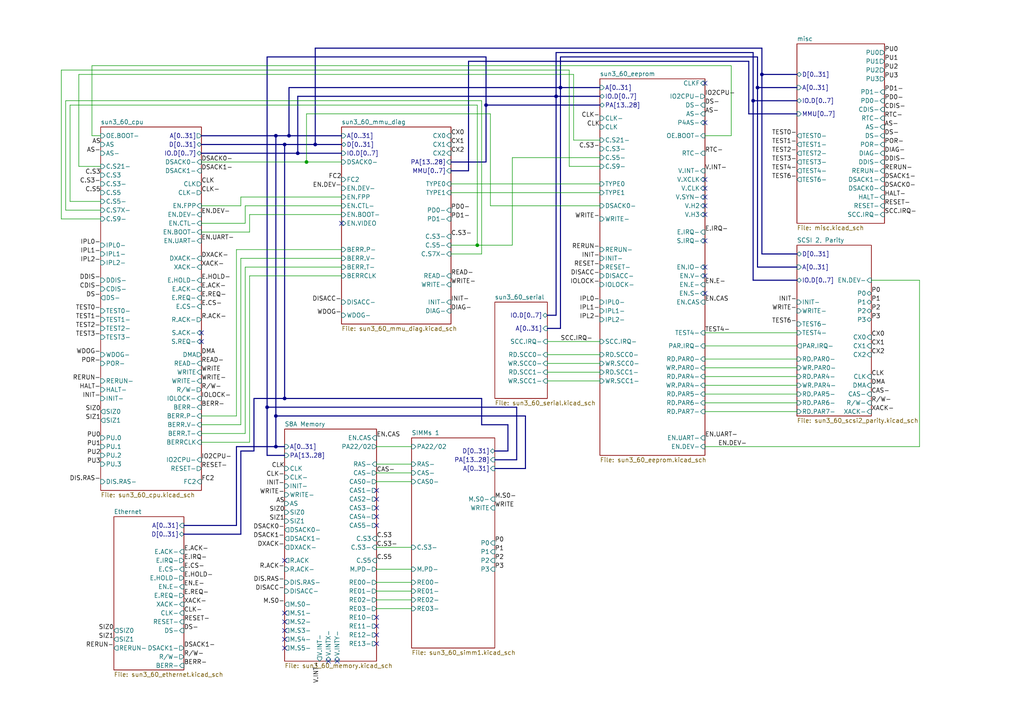
<source format=kicad_sch>
(kicad_sch
	(version 20231120)
	(generator "eeschema")
	(generator_version "8.0")
	(uuid "d6b5cf90-8df0-4384-868a-524abed7c432")
	(paper "A4")
	(title_block
		(title "Root layout")
		(date "2025-03-07")
		(rev "1")
	)
	(lib_symbols)
	(junction
		(at 218.44 29.21)
		(diameter 0)
		(color 0 0 0 0)
		(uuid "0318c4c8-0466-493b-9fd5-70661a5be347")
	)
	(junction
		(at 82.55 41.91)
		(diameter 0)
		(color 0 0 0 0)
		(uuid "227eb289-8b2f-4702-9e06-ecc9663a4572")
	)
	(junction
		(at 140.97 30.48)
		(diameter 0)
		(color 0 0 0 0)
		(uuid "3c10b5a5-9a21-42e4-bb55-dc1e65a05c34")
	)
	(junction
		(at 77.47 118.11)
		(diameter 0)
		(color 0 0 0 0)
		(uuid "3d14671c-189b-4e76-96d1-7d27f48490a9")
	)
	(junction
		(at 80.01 39.37)
		(diameter 0)
		(color 0 0 0 0)
		(uuid "44baff7a-2dd7-43b0-8563-ccef76af0376")
	)
	(junction
		(at 219.71 25.4)
		(diameter 0)
		(color 0 0 0 0)
		(uuid "5d89fd2b-41ee-4797-8bb5-a6414b7945df")
	)
	(junction
		(at 220.98 21.59)
		(diameter 0)
		(color 0 0 0 0)
		(uuid "66f49bd0-37c8-4239-a68a-e25fa8c08fd7")
	)
	(junction
		(at 91.44 41.91)
		(diameter 0)
		(color 0 0 0 0)
		(uuid "6f3fdf80-623f-43b5-bfca-39e83d1e8f2f")
	)
	(junction
		(at 80.01 120.65)
		(diameter 0)
		(color 0 0 0 0)
		(uuid "70cff738-2a8b-410d-9b63-ed3acdd67d2a")
	)
	(junction
		(at 88.9 46.99)
		(diameter 0)
		(color 0 0 0 0)
		(uuid "753b4c73-dd71-4258-acd0-021bedd12bca")
	)
	(junction
		(at 83.82 39.37)
		(diameter 0)
		(color 0 0 0 0)
		(uuid "7acfbc8c-2a4f-4965-a495-47cb33911f0b")
	)
	(junction
		(at 86.36 44.45)
		(diameter 0)
		(color 0 0 0 0)
		(uuid "9a669094-a106-4a72-9b39-d703acd8d132")
	)
	(junction
		(at 138.43 71.12)
		(diameter 0)
		(color 0 0 0 0)
		(uuid "a9b351c6-40ba-47e3-97b0-8514d64aa4d0")
	)
	(junction
		(at 161.29 27.94)
		(diameter 0)
		(color 0 0 0 0)
		(uuid "b8f7a216-9a9a-4fa0-877f-22a33badf62b")
	)
	(junction
		(at 80.01 129.54)
		(diameter 0)
		(color 0 0 0 0)
		(uuid "b95356dd-7d67-4901-8c65-0fd29d19de00")
	)
	(junction
		(at 82.55 115.57)
		(diameter 0)
		(color 0 0 0 0)
		(uuid "eebd05e6-8e8c-42fd-a6f2-1e7435a927ea")
	)
	(junction
		(at 162.56 25.4)
		(diameter 0)
		(color 0 0 0 0)
		(uuid "fda3e5ad-7bd9-4299-b34c-8cc2fb3e950a")
	)
	(no_connect
		(at 109.22 142.24)
		(uuid "03450b62-9159-4e63-a028-a7d002b41645")
	)
	(no_connect
		(at 204.47 35.56)
		(uuid "0926b269-ca72-4438-be03-b766ac12c3b8")
	)
	(no_connect
		(at 109.22 179.07)
		(uuid "157bb8ee-886b-4975-8d6a-7dc2bff6ae09")
	)
	(no_connect
		(at 204.47 62.23)
		(uuid "18c8983c-d334-4a39-b718-68e463b4f864")
	)
	(no_connect
		(at 58.42 99.06)
		(uuid "23b77cb4-d69f-4fc6-aef8-a6ddb745bc45")
	)
	(no_connect
		(at 95.25 191.77)
		(uuid "319c2be6-8350-48bf-a283-b905e49a9625")
	)
	(no_connect
		(at 82.55 185.42)
		(uuid "329c3b3a-55cd-4cb5-8125-07cd01a916a7")
	)
	(no_connect
		(at 204.47 85.09)
		(uuid "3c3fd3ce-1b02-4b1e-9d32-f37e23df3dae")
	)
	(no_connect
		(at 204.47 57.15)
		(uuid "4470558c-2e1d-4890-8db9-8e325fe0664b")
	)
	(no_connect
		(at 204.47 80.01)
		(uuid "4875f5f9-647e-4d01-b741-afa44f175133")
	)
	(no_connect
		(at 109.22 144.78)
		(uuid "4c7a1dcb-0797-43e9-a569-53cc18cf2e32")
	)
	(no_connect
		(at 97.79 191.77)
		(uuid "603a4f40-09d8-4d93-8ca6-30906e31ba0a")
	)
	(no_connect
		(at 109.22 149.86)
		(uuid "671ec3f0-081f-4a99-b467-4f9465f8fc63")
	)
	(no_connect
		(at 99.06 64.77)
		(uuid "6a65e986-e8ea-4e74-b59a-eae97e649f21")
	)
	(no_connect
		(at 82.55 177.8)
		(uuid "6c6ec6d5-df61-422a-aa95-85e9cc0f59ad")
	)
	(no_connect
		(at 204.47 24.13)
		(uuid "7296ca63-142f-466b-a774-1ab837b34817")
	)
	(no_connect
		(at 109.22 184.15)
		(uuid "7928dc6b-ae93-4010-85ac-898d98fff614")
	)
	(no_connect
		(at 204.47 54.61)
		(uuid "8407564a-e601-4acf-a508-82219a017cec")
	)
	(no_connect
		(at 109.22 147.32)
		(uuid "938b0f28-470a-4358-91a5-af84dae32bc7")
	)
	(no_connect
		(at 82.55 162.56)
		(uuid "96dee7dd-eccf-4b9f-aa51-d9bd47aeb0d9")
	)
	(no_connect
		(at 82.55 180.34)
		(uuid "a051c096-5f4a-4b23-9c95-003dadb87879")
	)
	(no_connect
		(at 58.42 96.52)
		(uuid "abce033a-bf32-4037-a75c-69485001242b")
	)
	(no_connect
		(at 109.22 152.4)
		(uuid "ae2b342a-17c6-4130-b7ed-8c70e73489bc")
	)
	(no_connect
		(at 109.22 181.61)
		(uuid "c64a97ca-3e0e-4544-abf4-8add654217a4")
	)
	(no_connect
		(at 204.47 52.07)
		(uuid "e0e6502b-1096-4872-b92a-dc59bc666a6c")
	)
	(no_connect
		(at 204.47 69.85)
		(uuid "e1a0564d-1c4d-4580-8871-2004101f907c")
	)
	(no_connect
		(at 204.47 77.47)
		(uuid "ebf43c6f-1a2c-4b04-b20b-ae173e2bf7a9")
	)
	(no_connect
		(at 204.47 59.69)
		(uuid "f01c6083-7c01-4961-8267-79197cfb950a")
	)
	(no_connect
		(at 109.22 186.69)
		(uuid "f5cb780b-74d7-49fa-bc45-b2a37088ce71")
	)
	(no_connect
		(at 82.55 187.96)
		(uuid "f9503ee3-d127-4c5c-b807-9b0830148c21")
	)
	(no_connect
		(at 82.55 182.88)
		(uuid "fb4a21d4-ebb4-48b9-b0fd-f018c98d57a2")
	)
	(wire
		(pts
			(xy 158.75 102.87) (xy 173.99 102.87)
		)
		(stroke
			(width 0)
			(type default)
		)
		(uuid "00772275-5c5a-45a7-a23c-5c5370d27dd5")
	)
	(bus
		(pts
			(xy 58.42 41.91) (xy 82.55 41.91)
		)
		(stroke
			(width 0)
			(type default)
		)
		(uuid "02c14045-e720-4249-9d42-cce872072ecb")
	)
	(wire
		(pts
			(xy 71.12 77.47) (xy 99.06 77.47)
		)
		(stroke
			(width 0)
			(type default)
		)
		(uuid "030046b6-a470-4486-9020-302f22f9d7f0")
	)
	(bus
		(pts
			(xy 161.29 27.94) (xy 173.99 27.94)
		)
		(stroke
			(width 0)
			(type default)
		)
		(uuid "0686cb25-ceda-4f30-a30e-ed6a51809d9a")
	)
	(wire
		(pts
			(xy 266.7 129.54) (xy 266.7 81.28)
		)
		(stroke
			(width 0)
			(type default)
		)
		(uuid "07833704-2c69-47b4-b4a9-88ddada6f15a")
	)
	(bus
		(pts
			(xy 139.7 115.57) (xy 139.7 123.19)
		)
		(stroke
			(width 0)
			(type default)
		)
		(uuid "0a25499b-8239-482e-97c3-706c2589c898")
	)
	(bus
		(pts
			(xy 152.4 135.89) (xy 143.51 135.89)
		)
		(stroke
			(width 0)
			(type default)
		)
		(uuid "0a5037c9-fb94-4424-b006-9aeb1b4f61b2")
	)
	(bus
		(pts
			(xy 82.55 115.57) (xy 73.66 115.57)
		)
		(stroke
			(width 0)
			(type default)
		)
		(uuid "0f951f48-ca49-4ff7-8147-6a42096c6740")
	)
	(bus
		(pts
			(xy 68.58 152.4) (xy 53.34 152.4)
		)
		(stroke
			(width 0)
			(type default)
		)
		(uuid "1128f2be-443b-4e4b-a670-a2da248a616b")
	)
	(bus
		(pts
			(xy 218.44 29.21) (xy 218.44 81.28)
		)
		(stroke
			(width 0)
			(type default)
		)
		(uuid "15182507-1ce7-44b9-a147-388408768d1e")
	)
	(wire
		(pts
			(xy 165.1 20.32) (xy 165.1 48.26)
		)
		(stroke
			(width 0)
			(type default)
		)
		(uuid "1609af39-7a75-427f-b494-7c1b0f622bc1")
	)
	(bus
		(pts
			(xy 152.4 120.65) (xy 152.4 135.89)
		)
		(stroke
			(width 0)
			(type default)
		)
		(uuid "1993e72a-a7ff-434c-9b0b-426dc125f8e9")
	)
	(wire
		(pts
			(xy 71.12 125.73) (xy 71.12 77.47)
		)
		(stroke
			(width 0)
			(type default)
		)
		(uuid "1c37b9e7-a38c-468e-b83d-540a71ad2ff9")
	)
	(wire
		(pts
			(xy 109.22 134.62) (xy 119.38 134.62)
		)
		(stroke
			(width 0)
			(type default)
		)
		(uuid "1d373269-0a20-4709-8b7e-6b9aba89bdd3")
	)
	(wire
		(pts
			(xy 20.32 58.42) (xy 20.32 30.48)
		)
		(stroke
			(width 0)
			(type default)
		)
		(uuid "1d3d3b7f-4114-4c24-b3c0-222b5c2f7eea")
	)
	(bus
		(pts
			(xy 69.85 130.81) (xy 69.85 154.94)
		)
		(stroke
			(width 0)
			(type default)
		)
		(uuid "1d693e49-9a07-4f45-b8c8-7f67c9664d37")
	)
	(wire
		(pts
			(xy 68.58 120.65) (xy 68.58 72.39)
		)
		(stroke
			(width 0)
			(type default)
		)
		(uuid "1e2b96e7-d467-49d5-a605-ad2047f3e3f0")
	)
	(wire
		(pts
			(xy 109.22 168.91) (xy 119.38 168.91)
		)
		(stroke
			(width 0)
			(type default)
		)
		(uuid "1fa0b524-c847-41e8-91eb-d8405670855b")
	)
	(bus
		(pts
			(xy 86.36 44.45) (xy 86.36 27.94)
		)
		(stroke
			(width 0)
			(type default)
		)
		(uuid "21f60f43-653d-4b6c-82dc-f8b37ae84a4a")
	)
	(wire
		(pts
			(xy 142.24 33.02) (xy 142.24 59.69)
		)
		(stroke
			(width 0)
			(type default)
		)
		(uuid "2201059c-50a1-44b9-97cc-e25f352f0f9a")
	)
	(bus
		(pts
			(xy 162.56 25.4) (xy 173.99 25.4)
		)
		(stroke
			(width 0)
			(type default)
		)
		(uuid "2327cf17-c1e4-4308-ba33-8df0b41bfcc9")
	)
	(bus
		(pts
			(xy 82.55 115.57) (xy 139.7 115.57)
		)
		(stroke
			(width 0)
			(type default)
		)
		(uuid "23e738ef-682b-42c3-bbfc-291079e11220")
	)
	(bus
		(pts
			(xy 135.89 49.53) (xy 135.89 17.78)
		)
		(stroke
			(width 0)
			(type default)
		)
		(uuid "28eb7720-be7e-4966-8fe8-9c4c0ed01161")
	)
	(wire
		(pts
			(xy 204.47 116.84) (xy 231.14 116.84)
		)
		(stroke
			(width 0)
			(type default)
		)
		(uuid "2b20b748-13a9-4478-9289-56bc2a3f908f")
	)
	(wire
		(pts
			(xy 166.37 40.64) (xy 173.99 40.64)
		)
		(stroke
			(width 0)
			(type default)
		)
		(uuid "2debb15d-4b28-4992-a886-7d1e688944d4")
	)
	(wire
		(pts
			(xy 158.75 110.49) (xy 173.99 110.49)
		)
		(stroke
			(width 0)
			(type default)
		)
		(uuid "2e5cb415-8049-4c4f-bbd2-adc431324695")
	)
	(wire
		(pts
			(xy 26.67 19.05) (xy 212.09 19.05)
		)
		(stroke
			(width 0)
			(type default)
		)
		(uuid "2f009a95-add4-4300-8d7a-65a276d5e4f0")
	)
	(wire
		(pts
			(xy 212.09 39.37) (xy 204.47 39.37)
		)
		(stroke
			(width 0)
			(type default)
		)
		(uuid "2f6b71bc-0936-48c5-b783-f66d69b2e5a6")
	)
	(bus
		(pts
			(xy 219.71 25.4) (xy 219.71 77.47)
		)
		(stroke
			(width 0)
			(type default)
		)
		(uuid "3113b858-9fdd-4e61-a571-a5f8e09e9102")
	)
	(wire
		(pts
			(xy 138.43 71.12) (xy 148.59 71.12)
		)
		(stroke
			(width 0)
			(type default)
		)
		(uuid "3249e553-94db-4261-b0f7-e2ba5becfbd0")
	)
	(bus
		(pts
			(xy 219.71 25.4) (xy 231.14 25.4)
		)
		(stroke
			(width 0)
			(type default)
		)
		(uuid "36b5d8b8-1114-4a02-85bf-13938f927b96")
	)
	(wire
		(pts
			(xy 204.47 104.14) (xy 231.14 104.14)
		)
		(stroke
			(width 0)
			(type default)
		)
		(uuid "374c4ff1-3dcc-4b1b-a8b0-254356b27af3")
	)
	(bus
		(pts
			(xy 140.97 16.51) (xy 77.47 16.51)
		)
		(stroke
			(width 0)
			(type default)
		)
		(uuid "3e14f71b-bed5-421b-9338-6b147011e48e")
	)
	(wire
		(pts
			(xy 138.43 30.48) (xy 138.43 71.12)
		)
		(stroke
			(width 0)
			(type default)
		)
		(uuid "3e5188c0-8c5b-429c-90f1-10b761386397")
	)
	(wire
		(pts
			(xy 29.21 60.96) (xy 19.05 60.96)
		)
		(stroke
			(width 0)
			(type default)
		)
		(uuid "405bb9ea-c243-437e-898d-e079bdadcf37")
	)
	(wire
		(pts
			(xy 19.05 60.96) (xy 19.05 29.21)
		)
		(stroke
			(width 0)
			(type default)
		)
		(uuid "4136bbd9-65c5-4f7b-8c17-716d6082d1dd")
	)
	(wire
		(pts
			(xy 148.59 71.12) (xy 148.59 45.72)
		)
		(stroke
			(width 0)
			(type default)
		)
		(uuid "413b7182-9202-490d-9d02-ab0d986ed9ea")
	)
	(wire
		(pts
			(xy 158.75 99.06) (xy 173.99 99.06)
		)
		(stroke
			(width 0)
			(type default)
		)
		(uuid "47a855d5-2c97-462b-8c1a-9faa4a5cc054")
	)
	(bus
		(pts
			(xy 73.66 130.81) (xy 69.85 130.81)
		)
		(stroke
			(width 0)
			(type default)
		)
		(uuid "4899236b-04d8-4547-9a87-202554af6f01")
	)
	(wire
		(pts
			(xy 72.39 80.01) (xy 99.06 80.01)
		)
		(stroke
			(width 0)
			(type default)
		)
		(uuid "4b7baa48-a44e-4ee3-a0ba-444ae9b6c862")
	)
	(wire
		(pts
			(xy 69.85 57.15) (xy 99.06 57.15)
		)
		(stroke
			(width 0)
			(type default)
		)
		(uuid "4c06568b-6172-4655-8c6a-90e815bc6631")
	)
	(bus
		(pts
			(xy 220.98 73.66) (xy 231.14 73.66)
		)
		(stroke
			(width 0)
			(type default)
		)
		(uuid "4e6df572-a0e7-45d2-a40d-1f04ca68d602")
	)
	(wire
		(pts
			(xy 139.7 73.66) (xy 130.81 73.66)
		)
		(stroke
			(width 0)
			(type default)
		)
		(uuid "50bbf0a1-bb6a-4642-945d-1e14b3129c01")
	)
	(wire
		(pts
			(xy 58.42 64.77) (xy 71.12 64.77)
		)
		(stroke
			(width 0)
			(type default)
		)
		(uuid "52f7ae15-3ade-468f-8442-b67266bfafa6")
	)
	(bus
		(pts
			(xy 86.36 44.45) (xy 99.06 44.45)
		)
		(stroke
			(width 0)
			(type default)
		)
		(uuid "531f370d-7e16-4971-8fa8-0f1bfa85208c")
	)
	(wire
		(pts
			(xy 204.47 129.54) (xy 266.7 129.54)
		)
		(stroke
			(width 0)
			(type default)
		)
		(uuid "54e3dc47-f830-4219-ae45-ba2802a4e33a")
	)
	(bus
		(pts
			(xy 219.71 16.51) (xy 219.71 25.4)
		)
		(stroke
			(width 0)
			(type default)
		)
		(uuid "556fbd23-d104-4abe-9aed-c88fe9c8a51d")
	)
	(bus
		(pts
			(xy 161.29 91.44) (xy 161.29 27.94)
		)
		(stroke
			(width 0)
			(type default)
		)
		(uuid "55e12daf-8fe8-4e06-8b03-9081d56daa56")
	)
	(wire
		(pts
			(xy 148.59 45.72) (xy 173.99 45.72)
		)
		(stroke
			(width 0)
			(type default)
		)
		(uuid "5b7c283a-3609-4fce-b2a9-8ab75ea5f27f")
	)
	(wire
		(pts
			(xy 165.1 48.26) (xy 173.99 48.26)
		)
		(stroke
			(width 0)
			(type default)
		)
		(uuid "5e0e9c34-d143-4f77-b7ec-704be71d4c3a")
	)
	(bus
		(pts
			(xy 147.32 130.81) (xy 143.51 130.81)
		)
		(stroke
			(width 0)
			(type default)
		)
		(uuid "5fc977b8-bb17-43f0-bec1-0e445e87523d")
	)
	(bus
		(pts
			(xy 130.81 49.53) (xy 135.89 49.53)
		)
		(stroke
			(width 0)
			(type default)
		)
		(uuid "5ff2af13-94a9-49c1-8570-0df0bd570005")
	)
	(bus
		(pts
			(xy 80.01 120.65) (xy 80.01 39.37)
		)
		(stroke
			(width 0)
			(type default)
		)
		(uuid "60e92956-d47a-4f54-9910-6b494da5d0e6")
	)
	(wire
		(pts
			(xy 58.42 120.65) (xy 68.58 120.65)
		)
		(stroke
			(width 0)
			(type default)
		)
		(uuid "60f911c5-ff35-4eb2-b689-8ef0d72c1ad8")
	)
	(bus
		(pts
			(xy 162.56 16.51) (xy 219.71 16.51)
		)
		(stroke
			(width 0)
			(type default)
		)
		(uuid "62d73b74-e363-4c6f-8a97-2ee9603d2062")
	)
	(wire
		(pts
			(xy 212.09 19.05) (xy 212.09 39.37)
		)
		(stroke
			(width 0)
			(type default)
		)
		(uuid "62f7e78f-41d3-463f-9753-610dcc3a60ff")
	)
	(bus
		(pts
			(xy 140.97 30.48) (xy 140.97 16.51)
		)
		(stroke
			(width 0)
			(type default)
		)
		(uuid "631516ff-12f9-4763-a50b-d7e89c358002")
	)
	(wire
		(pts
			(xy 22.86 21.59) (xy 166.37 21.59)
		)
		(stroke
			(width 0)
			(type default)
		)
		(uuid "63414e54-53b4-4c0b-825a-811eb9836d0f")
	)
	(bus
		(pts
			(xy 130.81 46.99) (xy 140.97 46.99)
		)
		(stroke
			(width 0)
			(type default)
		)
		(uuid "6624b542-764b-4d6c-8bad-3172dacfc9aa")
	)
	(bus
		(pts
			(xy 82.55 129.54) (xy 80.01 129.54)
		)
		(stroke
			(width 0)
			(type default)
		)
		(uuid "664fc956-4abf-4d47-a07a-09211f0d73d0")
	)
	(wire
		(pts
			(xy 69.85 123.19) (xy 69.85 74.93)
		)
		(stroke
			(width 0)
			(type default)
		)
		(uuid "67299488-83d8-49b2-b44e-6c890af64b80")
	)
	(wire
		(pts
			(xy 109.22 137.16) (xy 119.38 137.16)
		)
		(stroke
			(width 0)
			(type default)
		)
		(uuid "67ac5b46-1973-4f1a-bcbe-169b700b5dd3")
	)
	(bus
		(pts
			(xy 140.97 30.48) (xy 173.99 30.48)
		)
		(stroke
			(width 0)
			(type default)
		)
		(uuid "6a56fc9e-d05f-476f-8677-0065b9a23426")
	)
	(bus
		(pts
			(xy 217.17 33.02) (xy 231.14 33.02)
		)
		(stroke
			(width 0)
			(type default)
		)
		(uuid "6af46612-ff0f-4243-98d5-f1635c1fbf4a")
	)
	(bus
		(pts
			(xy 68.58 129.54) (xy 68.58 152.4)
		)
		(stroke
			(width 0)
			(type default)
		)
		(uuid "6b20ae95-fa1a-4569-91e5-1c4d838a6de0")
	)
	(wire
		(pts
			(xy 88.9 46.99) (xy 88.9 33.02)
		)
		(stroke
			(width 0)
			(type default)
		)
		(uuid "6de36562-f437-4d7c-bc99-c255d5354268")
	)
	(bus
		(pts
			(xy 161.29 27.94) (xy 161.29 15.24)
		)
		(stroke
			(width 0)
			(type default)
		)
		(uuid "71f5a220-e5bf-4dec-82b2-6b59c11459ef")
	)
	(wire
		(pts
			(xy 22.86 48.26) (xy 22.86 21.59)
		)
		(stroke
			(width 0)
			(type default)
		)
		(uuid "729ac15b-db79-4ca5-94bc-9a7f9e2d49da")
	)
	(bus
		(pts
			(xy 219.71 77.47) (xy 231.14 77.47)
		)
		(stroke
			(width 0)
			(type default)
		)
		(uuid "72afb6b7-af4a-468c-82a2-cd6d877611bb")
	)
	(bus
		(pts
			(xy 220.98 21.59) (xy 220.98 73.66)
		)
		(stroke
			(width 0)
			(type default)
		)
		(uuid "72cd376d-67d2-42cb-9107-eb2a1dbfa923")
	)
	(wire
		(pts
			(xy 20.32 30.48) (xy 138.43 30.48)
		)
		(stroke
			(width 0)
			(type default)
		)
		(uuid "7566c38c-8156-4582-99d0-9a554b0dcd8a")
	)
	(bus
		(pts
			(xy 220.98 21.59) (xy 231.14 21.59)
		)
		(stroke
			(width 0)
			(type default)
		)
		(uuid "75807afc-d77d-44d5-87b8-d30efd24c33d")
	)
	(wire
		(pts
			(xy 88.9 33.02) (xy 142.24 33.02)
		)
		(stroke
			(width 0)
			(type default)
		)
		(uuid "795e1f25-7ff6-47f0-8e41-84d7310b9bbc")
	)
	(wire
		(pts
			(xy 71.12 64.77) (xy 71.12 59.69)
		)
		(stroke
			(width 0)
			(type default)
		)
		(uuid "7a56d3b3-4f24-460a-958a-e76255924a92")
	)
	(bus
		(pts
			(xy 82.55 41.91) (xy 82.55 115.57)
		)
		(stroke
			(width 0)
			(type default)
		)
		(uuid "7a671c1b-de88-4e18-81ab-47108c4a6b63")
	)
	(wire
		(pts
			(xy 72.39 128.27) (xy 72.39 80.01)
		)
		(stroke
			(width 0)
			(type default)
		)
		(uuid "7bf32957-d3aa-47e2-ba4b-f99e84f605b2")
	)
	(wire
		(pts
			(xy 109.22 129.54) (xy 119.38 129.54)
		)
		(stroke
			(width 0)
			(type default)
		)
		(uuid "7c5d7cbb-1abd-41cb-9306-ee354c449b22")
	)
	(wire
		(pts
			(xy 58.42 46.99) (xy 88.9 46.99)
		)
		(stroke
			(width 0)
			(type default)
		)
		(uuid "7c68eab1-a9af-4597-a309-cfeeaba2951f")
	)
	(wire
		(pts
			(xy 109.22 176.53) (xy 119.38 176.53)
		)
		(stroke
			(width 0)
			(type default)
		)
		(uuid "7d8574eb-e8b6-4343-b317-12486668f025")
	)
	(wire
		(pts
			(xy 204.47 114.3) (xy 231.14 114.3)
		)
		(stroke
			(width 0)
			(type default)
		)
		(uuid "7eeba192-b11e-4751-a963-f46ec10d45d8")
	)
	(wire
		(pts
			(xy 72.39 62.23) (xy 99.06 62.23)
		)
		(stroke
			(width 0)
			(type default)
		)
		(uuid "7f431f6e-23c3-41c1-8878-60c23ba46334")
	)
	(wire
		(pts
			(xy 29.21 58.42) (xy 20.32 58.42)
		)
		(stroke
			(width 0)
			(type default)
		)
		(uuid "7f64c0af-cf52-442b-8267-6a2329f06a7e")
	)
	(bus
		(pts
			(xy 149.86 118.11) (xy 149.86 133.35)
		)
		(stroke
			(width 0)
			(type default)
		)
		(uuid "80b63f2c-a7ed-42f3-b2c5-6e582740e925")
	)
	(bus
		(pts
			(xy 140.97 46.99) (xy 140.97 30.48)
		)
		(stroke
			(width 0)
			(type default)
		)
		(uuid "80ed3390-f933-4db0-92c4-68ec59c0335a")
	)
	(bus
		(pts
			(xy 220.98 13.97) (xy 220.98 21.59)
		)
		(stroke
			(width 0)
			(type default)
		)
		(uuid "81a293b2-9c87-4fb0-983e-3fdeaa0bc290")
	)
	(wire
		(pts
			(xy 130.81 53.34) (xy 173.99 53.34)
		)
		(stroke
			(width 0)
			(type default)
		)
		(uuid "87afdd8a-1697-4004-8540-9e8f8ddb75c9")
	)
	(wire
		(pts
			(xy 58.42 59.69) (xy 69.85 59.69)
		)
		(stroke
			(width 0)
			(type default)
		)
		(uuid "88896748-7d7a-4530-852b-d4b5aeab4a40")
	)
	(bus
		(pts
			(xy 91.44 13.97) (xy 220.98 13.97)
		)
		(stroke
			(width 0)
			(type default)
		)
		(uuid "8dc857bf-9c0a-48d2-8a91-863f1fdd45f6")
	)
	(bus
		(pts
			(xy 149.86 133.35) (xy 143.51 133.35)
		)
		(stroke
			(width 0)
			(type default)
		)
		(uuid "8e9310e4-bd79-474b-8cc6-b62bd75fd88b")
	)
	(bus
		(pts
			(xy 139.7 123.19) (xy 147.32 123.19)
		)
		(stroke
			(width 0)
			(type default)
		)
		(uuid "8ff42a4b-f444-4ec0-b9db-4e6ee94c4d6d")
	)
	(bus
		(pts
			(xy 218.44 81.28) (xy 231.14 81.28)
		)
		(stroke
			(width 0)
			(type default)
		)
		(uuid "95b5f8f2-4a3d-4751-a323-ef8f7cc01bb4")
	)
	(wire
		(pts
			(xy 109.22 139.7) (xy 119.38 139.7)
		)
		(stroke
			(width 0)
			(type default)
		)
		(uuid "9719e08c-27dc-4e1e-91bb-52204679a166")
	)
	(wire
		(pts
			(xy 204.47 106.68) (xy 231.14 106.68)
		)
		(stroke
			(width 0)
			(type default)
		)
		(uuid "9abb438f-2b87-48b7-bb13-81f38c435bce")
	)
	(bus
		(pts
			(xy 83.82 39.37) (xy 83.82 25.4)
		)
		(stroke
			(width 0)
			(type default)
		)
		(uuid "9bc4297d-b52a-45ae-8781-fefaf5197940")
	)
	(bus
		(pts
			(xy 80.01 129.54) (xy 68.58 129.54)
		)
		(stroke
			(width 0)
			(type default)
		)
		(uuid "9f023f24-c2c6-4aba-bc40-036b8d334abe")
	)
	(wire
		(pts
			(xy 204.47 119.38) (xy 231.14 119.38)
		)
		(stroke
			(width 0)
			(type default)
		)
		(uuid "a089ae56-c7bc-4d64-af6a-e5b7bf1d093c")
	)
	(wire
		(pts
			(xy 29.21 63.5) (xy 17.78 63.5)
		)
		(stroke
			(width 0)
			(type default)
		)
		(uuid "a265812b-b087-4b70-b6b0-38ac5d2cb595")
	)
	(wire
		(pts
			(xy 58.42 128.27) (xy 72.39 128.27)
		)
		(stroke
			(width 0)
			(type default)
		)
		(uuid "a344ad38-f5a8-480e-99da-8375ad8c129e")
	)
	(wire
		(pts
			(xy 19.05 29.21) (xy 139.7 29.21)
		)
		(stroke
			(width 0)
			(type default)
		)
		(uuid "a4de1318-dfa6-4ce5-8c9a-3ab87c6b9649")
	)
	(wire
		(pts
			(xy 68.58 72.39) (xy 99.06 72.39)
		)
		(stroke
			(width 0)
			(type default)
		)
		(uuid "a6072a50-0187-4ed9-b83e-9800e0d5449a")
	)
	(bus
		(pts
			(xy 77.47 132.08) (xy 82.55 132.08)
		)
		(stroke
			(width 0)
			(type default)
		)
		(uuid "a686d69a-4591-453f-a138-6a093bba004c")
	)
	(wire
		(pts
			(xy 29.21 39.37) (xy 26.67 39.37)
		)
		(stroke
			(width 0)
			(type default)
		)
		(uuid "a7258d0b-5e52-4599-9bcb-4291e85f99b3")
	)
	(bus
		(pts
			(xy 91.44 41.91) (xy 99.06 41.91)
		)
		(stroke
			(width 0)
			(type default)
		)
		(uuid "a9b8c447-8afd-447e-b8fa-aa9b8a074a83")
	)
	(bus
		(pts
			(xy 77.47 118.11) (xy 77.47 132.08)
		)
		(stroke
			(width 0)
			(type default)
		)
		(uuid "a9bc0130-97dc-4669-b676-39e3d883bdd9")
	)
	(bus
		(pts
			(xy 80.01 39.37) (xy 83.82 39.37)
		)
		(stroke
			(width 0)
			(type default)
		)
		(uuid "abe2c8cb-1d09-47b6-8135-394d1d69dbe1")
	)
	(wire
		(pts
			(xy 158.75 105.41) (xy 173.99 105.41)
		)
		(stroke
			(width 0)
			(type default)
		)
		(uuid "ad335c8c-3a2d-4878-b2f9-7af6a02c3f29")
	)
	(bus
		(pts
			(xy 158.75 91.44) (xy 161.29 91.44)
		)
		(stroke
			(width 0)
			(type default)
		)
		(uuid "add0966d-0541-4144-b95a-6edbc1a83dbe")
	)
	(bus
		(pts
			(xy 77.47 118.11) (xy 149.86 118.11)
		)
		(stroke
			(width 0)
			(type default)
		)
		(uuid "aeb35ae6-b738-4e53-bb7e-a9f54cdab916")
	)
	(wire
		(pts
			(xy 204.47 109.22) (xy 231.14 109.22)
		)
		(stroke
			(width 0)
			(type default)
		)
		(uuid "b15b00bb-4322-4254-ba5f-38dffdf02c73")
	)
	(bus
		(pts
			(xy 218.44 15.24) (xy 218.44 29.21)
		)
		(stroke
			(width 0)
			(type default)
		)
		(uuid "b168ec3a-aa1a-4a49-8c16-5c2fab3e149b")
	)
	(wire
		(pts
			(xy 142.24 59.69) (xy 173.99 59.69)
		)
		(stroke
			(width 0)
			(type default)
		)
		(uuid "b1b008c3-3cb2-4eba-819d-93c5524bff8a")
	)
	(bus
		(pts
			(xy 82.55 41.91) (xy 91.44 41.91)
		)
		(stroke
			(width 0)
			(type default)
		)
		(uuid "b2cb6c33-dddc-4ce9-920e-9f33b835970b")
	)
	(bus
		(pts
			(xy 161.29 15.24) (xy 218.44 15.24)
		)
		(stroke
			(width 0)
			(type default)
		)
		(uuid "b37f936e-7a4c-4b4c-a20d-e269be5825ec")
	)
	(wire
		(pts
			(xy 88.9 46.99) (xy 99.06 46.99)
		)
		(stroke
			(width 0)
			(type default)
		)
		(uuid "b626cdb9-1ef7-4b1b-9f67-e4ae960c84a1")
	)
	(wire
		(pts
			(xy 58.42 67.31) (xy 72.39 67.31)
		)
		(stroke
			(width 0)
			(type default)
		)
		(uuid "bae7f72e-a286-4101-aa16-681306aafd4f")
	)
	(bus
		(pts
			(xy 83.82 25.4) (xy 162.56 25.4)
		)
		(stroke
			(width 0)
			(type default)
		)
		(uuid "bb56aa32-7b5d-4850-af82-94095df28274")
	)
	(bus
		(pts
			(xy 86.36 27.94) (xy 161.29 27.94)
		)
		(stroke
			(width 0)
			(type default)
		)
		(uuid "be510590-747b-4d24-be83-ba7db9f467fe")
	)
	(wire
		(pts
			(xy 72.39 67.31) (xy 72.39 62.23)
		)
		(stroke
			(width 0)
			(type default)
		)
		(uuid "bf70cfb4-df8b-4221-a676-0c138b019487")
	)
	(wire
		(pts
			(xy 26.67 39.37) (xy 26.67 19.05)
		)
		(stroke
			(width 0)
			(type default)
		)
		(uuid "c1345560-517b-4037-86e5-143590240f75")
	)
	(wire
		(pts
			(xy 109.22 171.45) (xy 119.38 171.45)
		)
		(stroke
			(width 0)
			(type default)
		)
		(uuid "c3d61e23-a1e1-46b6-baa1-f9d21986bf10")
	)
	(bus
		(pts
			(xy 162.56 95.25) (xy 162.56 25.4)
		)
		(stroke
			(width 0)
			(type default)
		)
		(uuid "c4661a02-c5fe-4a26-99f7-accb29935252")
	)
	(bus
		(pts
			(xy 80.01 120.65) (xy 152.4 120.65)
		)
		(stroke
			(width 0)
			(type default)
		)
		(uuid "c5129fe5-6851-405c-a21e-1b3779620ac1")
	)
	(bus
		(pts
			(xy 58.42 39.37) (xy 80.01 39.37)
		)
		(stroke
			(width 0)
			(type default)
		)
		(uuid "c5a6c8ff-309e-4e4e-bd72-19a082052b31")
	)
	(wire
		(pts
			(xy 158.75 107.95) (xy 173.99 107.95)
		)
		(stroke
			(width 0)
			(type default)
		)
		(uuid "c5e594de-9859-4014-ac18-e1cc7c2ef2e0")
	)
	(wire
		(pts
			(xy 139.7 29.21) (xy 139.7 73.66)
		)
		(stroke
			(width 0)
			(type default)
		)
		(uuid "c9703bc0-27db-41a1-8cb3-aead51aa2d42")
	)
	(bus
		(pts
			(xy 73.66 115.57) (xy 73.66 130.81)
		)
		(stroke
			(width 0)
			(type default)
		)
		(uuid "ca07abf0-f3b8-4844-926f-2332d4ad724a")
	)
	(wire
		(pts
			(xy 266.7 81.28) (xy 252.73 81.28)
		)
		(stroke
			(width 0)
			(type default)
		)
		(uuid "cbcd9f9b-5187-4154-9508-d6db25d6c063")
	)
	(wire
		(pts
			(xy 69.85 74.93) (xy 99.06 74.93)
		)
		(stroke
			(width 0)
			(type default)
		)
		(uuid "cc556749-9f12-4e20-a2c6-3d03ec264791")
	)
	(bus
		(pts
			(xy 217.17 17.78) (xy 217.17 33.02)
		)
		(stroke
			(width 0)
			(type default)
		)
		(uuid "cca54ddc-a532-441e-8088-d835cf9b7c62")
	)
	(wire
		(pts
			(xy 17.78 63.5) (xy 17.78 20.32)
		)
		(stroke
			(width 0)
			(type default)
		)
		(uuid "d3f51509-06da-442b-8f1a-a17f3df315d2")
	)
	(bus
		(pts
			(xy 147.32 123.19) (xy 147.32 130.81)
		)
		(stroke
			(width 0)
			(type default)
		)
		(uuid "d8db22d9-d94e-4a4a-9bda-6adc5ac3d41a")
	)
	(wire
		(pts
			(xy 109.22 158.75) (xy 119.38 158.75)
		)
		(stroke
			(width 0)
			(type default)
		)
		(uuid "da2d5de9-9be6-4a95-ba9a-ff9f4fbca2c9")
	)
	(bus
		(pts
			(xy 91.44 41.91) (xy 91.44 13.97)
		)
		(stroke
			(width 0)
			(type default)
		)
		(uuid "de385acc-a52a-4b4d-9e65-dbdbbf0f4bc3")
	)
	(wire
		(pts
			(xy 58.42 125.73) (xy 71.12 125.73)
		)
		(stroke
			(width 0)
			(type default)
		)
		(uuid "df221998-cc9b-4db4-bd9d-ffea82a74a7e")
	)
	(wire
		(pts
			(xy 130.81 55.88) (xy 173.99 55.88)
		)
		(stroke
			(width 0)
			(type default)
		)
		(uuid "e0881d26-c8c9-47b3-a5a2-043dc5dbb1ac")
	)
	(wire
		(pts
			(xy 204.47 111.76) (xy 231.14 111.76)
		)
		(stroke
			(width 0)
			(type default)
		)
		(uuid "e11c3334-1ef7-4fce-af02-3aca9b8a2c63")
	)
	(wire
		(pts
			(xy 29.21 48.26) (xy 22.86 48.26)
		)
		(stroke
			(width 0)
			(type default)
		)
		(uuid "e277c23d-c2c8-481a-be53-160b13f55c8b")
	)
	(bus
		(pts
			(xy 80.01 129.54) (xy 80.01 120.65)
		)
		(stroke
			(width 0)
			(type default)
		)
		(uuid "e2eb4807-0de4-4a70-8f15-22a62e39d5ac")
	)
	(bus
		(pts
			(xy 135.89 17.78) (xy 217.17 17.78)
		)
		(stroke
			(width 0)
			(type default)
		)
		(uuid "e31861d0-531c-41d3-9091-1c34972f2b9f")
	)
	(bus
		(pts
			(xy 83.82 39.37) (xy 99.06 39.37)
		)
		(stroke
			(width 0)
			(type default)
		)
		(uuid "e66dacd6-c2be-4326-ba9f-575527d5ec7d")
	)
	(wire
		(pts
			(xy 204.47 100.33) (xy 231.14 100.33)
		)
		(stroke
			(width 0)
			(type default)
		)
		(uuid "e6abfec5-795a-4f0b-bc99-994851c16e0f")
	)
	(bus
		(pts
			(xy 158.75 95.25) (xy 162.56 95.25)
		)
		(stroke
			(width 0)
			(type default)
		)
		(uuid "e6e6f31c-56c9-4eb1-9fd1-cf8c597c7b40")
	)
	(wire
		(pts
			(xy 109.22 173.99) (xy 119.38 173.99)
		)
		(stroke
			(width 0)
			(type default)
		)
		(uuid "e715fe8c-1d8a-4c7a-b1dd-3686687ab0d1")
	)
	(bus
		(pts
			(xy 77.47 16.51) (xy 77.47 118.11)
		)
		(stroke
			(width 0)
			(type default)
		)
		(uuid "e7a5aaf8-be1c-4aea-b6b0-0db62f2009e3")
	)
	(bus
		(pts
			(xy 69.85 154.94) (xy 53.34 154.94)
		)
		(stroke
			(width 0)
			(type default)
		)
		(uuid "e8cbc6dd-cc12-4f6e-b5d2-34ea5b6f9a26")
	)
	(bus
		(pts
			(xy 218.44 29.21) (xy 231.14 29.21)
		)
		(stroke
			(width 0)
			(type default)
		)
		(uuid "e94403a0-f0aa-4ba1-8d64-ae7f4d9910b2")
	)
	(wire
		(pts
			(xy 71.12 59.69) (xy 99.06 59.69)
		)
		(stroke
			(width 0)
			(type default)
		)
		(uuid "f0059ce7-de69-42c0-9282-1956e67ce56e")
	)
	(wire
		(pts
			(xy 69.85 59.69) (xy 69.85 57.15)
		)
		(stroke
			(width 0)
			(type default)
		)
		(uuid "f04695e3-6a12-4bfd-b5d2-093f6c527a09")
	)
	(wire
		(pts
			(xy 166.37 21.59) (xy 166.37 40.64)
		)
		(stroke
			(width 0)
			(type default)
		)
		(uuid "f1c84db8-8e7c-42f7-b0e3-f542c58c8866")
	)
	(wire
		(pts
			(xy 138.43 71.12) (xy 130.81 71.12)
		)
		(stroke
			(width 0)
			(type default)
		)
		(uuid "f3a8a852-84c5-4007-bfe5-c4ca31047ca3")
	)
	(wire
		(pts
			(xy 109.22 165.1) (xy 119.38 165.1)
		)
		(stroke
			(width 0)
			(type default)
		)
		(uuid "f57f1231-94a3-4be3-b090-ad5e2c4e1f48")
	)
	(bus
		(pts
			(xy 58.42 44.45) (xy 86.36 44.45)
		)
		(stroke
			(width 0)
			(type default)
		)
		(uuid "f5ce5175-3f67-4a88-98b7-6781323d4688")
	)
	(wire
		(pts
			(xy 17.78 20.32) (xy 165.1 20.32)
		)
		(stroke
			(width 0)
			(type default)
		)
		(uuid "f7822509-8ddf-4f73-8d8e-96a6347ff4b6")
	)
	(bus
		(pts
			(xy 162.56 25.4) (xy 162.56 16.51)
		)
		(stroke
			(width 0)
			(type default)
		)
		(uuid "f93e91ef-7dfa-4d60-a518-ba8e4afc1008")
	)
	(wire
		(pts
			(xy 204.47 96.52) (xy 231.14 96.52)
		)
		(stroke
			(width 0)
			(type default)
		)
		(uuid "fc7bf093-58b4-43bb-95be-452520179a60")
	)
	(wire
		(pts
			(xy 58.42 123.19) (xy 69.85 123.19)
		)
		(stroke
			(width 0)
			(type default)
		)
		(uuid "fffd7138-39c2-46a3-94e2-2195e931cc28")
	)
	(label "DIS.RAS-"
		(at 82.55 168.91 180)
		(effects
			(font
				(size 1.27 1.27)
			)
			(justify right bottom)
		)
		(uuid "0137278c-0ae0-4d6e-84b9-779520ac580a")
	)
	(label "DS-"
		(at 53.34 182.88 0)
		(effects
			(font
				(size 1.27 1.27)
			)
			(justify left bottom)
		)
		(uuid "04020dd6-1dce-46a2-bfd3-f3cedaebfb43")
	)
	(label "PU3"
		(at 29.21 134.62 180)
		(effects
			(font
				(size 1.27 1.27)
			)
			(justify right bottom)
		)
		(uuid "04126fdf-a0f2-44c0-a96b-78a7394a7055")
	)
	(label "WRITE-"
		(at 173.99 63.5 180)
		(effects
			(font
				(size 1.27 1.27)
			)
			(justify right bottom)
		)
		(uuid "0511cc53-7d9b-48cb-b009-94a031ad9165")
	)
	(label "TEST2-"
		(at 29.21 95.25 180)
		(effects
			(font
				(size 1.27 1.27)
			)
			(justify right bottom)
		)
		(uuid "0585a548-7583-4fa0-be55-b65c0b379432")
	)
	(label "WRITE-"
		(at 82.55 143.51 180)
		(effects
			(font
				(size 1.27 1.27)
			)
			(justify right bottom)
		)
		(uuid "06a3225c-c2e8-4414-9ad6-ba1c99787653")
	)
	(label "C.S3"
		(at 109.22 156.21 0)
		(effects
			(font
				(size 1.27 1.27)
			)
			(justify left bottom)
		)
		(uuid "0a748356-c31a-4a93-b45b-a2ff7e8be6e0")
	)
	(label "RESET-"
		(at 58.42 135.89 0)
		(effects
			(font
				(size 1.27 1.27)
			)
			(justify left bottom)
		)
		(uuid "0aae873f-6d77-4eb9-abf2-9b1224bf518e")
	)
	(label "INIT-"
		(at 173.99 74.93 180)
		(effects
			(font
				(size 1.27 1.27)
			)
			(justify right bottom)
		)
		(uuid "0b121c02-4a89-4df5-9352-c5cb59d045c5")
	)
	(label "CLK-"
		(at 53.34 177.8 0)
		(effects
			(font
				(size 1.27 1.27)
			)
			(justify left bottom)
		)
		(uuid "0cd1d155-fc02-46cb-9506-3d8e83f36a91")
	)
	(label "IPL0-"
		(at 173.99 87.63 180)
		(effects
			(font
				(size 1.27 1.27)
			)
			(justify right bottom)
		)
		(uuid "0dedf862-9f7f-46dc-812b-801c90db795e")
	)
	(label "RERUN-"
		(at 173.99 72.39 180)
		(effects
			(font
				(size 1.27 1.27)
			)
			(justify right bottom)
		)
		(uuid "0e2db898-de79-4598-84cc-439b53e25afe")
	)
	(label "P2"
		(at 252.73 90.17 0)
		(effects
			(font
				(size 1.27 1.27)
			)
			(justify left bottom)
		)
		(uuid "0f589b5d-4e19-43e6-8681-cbb86f5656c0")
	)
	(label "P0"
		(at 252.73 85.09 0)
		(effects
			(font
				(size 1.27 1.27)
			)
			(justify left bottom)
		)
		(uuid "10dba1c7-8823-4d3c-8c5d-88b3dc3fba8f")
	)
	(label "C.S5"
		(at 109.22 162.56 0)
		(effects
			(font
				(size 1.27 1.27)
			)
			(justify left bottom)
		)
		(uuid "124b4ee4-9f7d-4947-b0c7-2bc0046d1c38")
	)
	(label "CAS-"
		(at 109.22 137.16 0)
		(effects
			(font
				(size 1.27 1.27)
			)
			(justify left bottom)
		)
		(uuid "12649092-7049-4440-94e8-3c3d69b5e716")
	)
	(label "DMA"
		(at 58.42 102.87 0)
		(effects
			(font
				(size 1.27 1.27)
			)
			(justify left bottom)
		)
		(uuid "12cd1700-e5c4-4cde-95a3-d09193029e12")
	)
	(label "PU0"
		(at 29.21 127 180)
		(effects
			(font
				(size 1.27 1.27)
			)
			(justify right bottom)
		)
		(uuid "12d757aa-5b21-46cb-87f6-d24eb4339f4a")
	)
	(label "E.ACK-"
		(at 53.34 160.02 0)
		(effects
			(font
				(size 1.27 1.27)
			)
			(justify left bottom)
		)
		(uuid "1a509b69-efbf-4410-90b0-f460e5d735d2")
	)
	(label "PU1"
		(at 256.54 17.78 0)
		(effects
			(font
				(size 1.27 1.27)
			)
			(justify left bottom)
		)
		(uuid "1b140752-f357-4b44-abd1-6faafb2be921")
	)
	(label "CX2"
		(at 252.73 102.87 0)
		(effects
			(font
				(size 1.27 1.27)
			)
			(justify left bottom)
		)
		(uuid "1be3ad0b-8a93-4a14-8332-881b1948e1a8")
	)
	(label "CX0"
		(at 252.73 97.79 0)
		(effects
			(font
				(size 1.27 1.27)
			)
			(justify left bottom)
		)
		(uuid "1d6a3813-5e0b-43dd-bf28-7d7d9140cd04")
	)
	(label "IPL2-"
		(at 173.99 92.71 180)
		(effects
			(font
				(size 1.27 1.27)
			)
			(justify right bottom)
		)
		(uuid "1de645d0-270b-4324-85db-0e4dd06e90fc")
	)
	(label "IO2CPU-"
		(at 58.42 133.35 0)
		(effects
			(font
				(size 1.27 1.27)
			)
			(justify left bottom)
		)
		(uuid "1e1f44b9-ca7a-45a9-9893-6ddce1f8345e")
	)
	(label "RTC-"
		(at 204.47 44.45 0)
		(effects
			(font
				(size 1.27 1.27)
			)
			(justify left bottom)
		)
		(uuid "1f9697b6-bcf3-4b92-9f14-e27ec4b97ede")
	)
	(label "DIAG-"
		(at 256.54 44.45 0)
		(effects
			(font
				(size 1.27 1.27)
			)
			(justify left bottom)
		)
		(uuid "1fbc4697-a6cc-477a-9aec-8608d0fe3c00")
	)
	(label "DS-"
		(at 204.47 30.48 0)
		(effects
			(font
				(size 1.27 1.27)
			)
			(justify left bottom)
		)
		(uuid "20898b29-6361-4cd0-87cf-841a7e5e1e14")
	)
	(label "SCC.IRQ-"
		(at 162.56 99.06 0)
		(effects
			(font
				(size 1.27 1.27)
			)
			(justify left bottom)
		)
		(uuid "21b56d15-d0c1-4f33-a486-d0a5c9a88df6")
	)
	(label "XACK-"
		(at 252.73 119.38 0)
		(effects
			(font
				(size 1.27 1.27)
			)
			(justify left bottom)
		)
		(uuid "227e141a-35c1-4f0d-8a5b-f673d4bd46f7")
	)
	(label "SIZ1"
		(at 33.02 185.42 180)
		(effects
			(font
				(size 1.27 1.27)
			)
			(justify right bottom)
		)
		(uuid "22e384d0-670d-49cd-9ddb-6c113e8e4e43")
	)
	(label "WRITE"
		(at 143.51 147.32 0)
		(effects
			(font
				(size 1.27 1.27)
			)
			(justify left bottom)
		)
		(uuid "24801950-7f2f-4ab5-a9b4-b47f315590ab")
	)
	(label "CLK-"
		(at 173.99 34.29 180)
		(effects
			(font
				(size 1.27 1.27)
			)
			(justify right bottom)
		)
		(uuid "24e6bcf4-1fc6-43f4-bf31-435283bf0baa")
	)
	(label "CLK"
		(at 58.42 53.34 0)
		(effects
			(font
				(size 1.27 1.27)
			)
			(justify left bottom)
		)
		(uuid "258d5292-3fd5-41bc-bb47-440a35a9f01a")
	)
	(label "PD1-"
		(at 256.54 26.67 0)
		(effects
			(font
				(size 1.27 1.27)
			)
			(justify left bottom)
		)
		(uuid "2cccbb17-4aa4-484d-825e-b45ebd53d845")
	)
	(label "SIZ0"
		(at 82.55 148.59 180)
		(effects
			(font
				(size 1.27 1.27)
			)
			(justify right bottom)
		)
		(uuid "2e782008-cbdf-47c7-8e02-767725a2fc70")
	)
	(label "CX0"
		(at 130.81 39.37 0)
		(effects
			(font
				(size 1.27 1.27)
			)
			(justify left bottom)
		)
		(uuid "2fb93b52-3d35-46e7-8439-60b43ef90cdb")
	)
	(label "DIS.RAS-"
		(at 29.21 139.7 180)
		(effects
			(font
				(size 1.27 1.27)
			)
			(justify right bottom)
		)
		(uuid "3085659d-b589-40f0-9c12-6ef8f76aaa70")
	)
	(label "TEST4-"
		(at 231.14 49.53 180)
		(effects
			(font
				(size 1.27 1.27)
			)
			(justify right bottom)
		)
		(uuid "309183c9-5fa1-4809-a815-c6d50b9c5055")
	)
	(label "CDIS-"
		(at 29.21 83.82 180)
		(effects
			(font
				(size 1.27 1.27)
			)
			(justify right bottom)
		)
		(uuid "313e2faa-fe09-4d78-8743-031637ee1d5f")
	)
	(label "CLK-"
		(at 82.55 138.43 180)
		(effects
			(font
				(size 1.27 1.27)
			)
			(justify right bottom)
		)
		(uuid "319a0d36-469e-403d-b399-363f16cb9436")
	)
	(label "EN.UART-"
		(at 204.47 127 0)
		(effects
			(font
				(size 1.27 1.27)
			)
			(justify left bottom)
		)
		(uuid "368623ee-b802-432d-8363-1b77e38bfa23")
	)
	(label "M.S0-"
		(at 143.51 144.78 0)
		(effects
			(font
				(size 1.27 1.27)
			)
			(justify left bottom)
		)
		(uuid "36f81cec-2c96-45c3-805a-8b7ed49e205f")
	)
	(label "EN.CAS"
		(at 204.47 87.63 0)
		(effects
			(font
				(size 1.27 1.27)
			)
			(justify left bottom)
		)
		(uuid "37a68c30-b95c-4955-ad02-7e9ebd988feb")
	)
	(label "SIZ0"
		(at 33.02 182.88 180)
		(effects
			(font
				(size 1.27 1.27)
			)
			(justify right bottom)
		)
		(uuid "3e37873b-9c75-44d8-9b1d-ca1af750f629")
	)
	(label "DMA"
		(at 252.73 111.76 0)
		(effects
			(font
				(size 1.27 1.27)
			)
			(justify left bottom)
		)
		(uuid "404f01e8-7947-4874-9ca7-f13f60a30109")
	)
	(label "E.IRQ-"
		(at 204.47 67.31 0)
		(effects
			(font
				(size 1.27 1.27)
			)
			(justify left bottom)
		)
		(uuid "4304d097-267f-40ca-9a97-3343d394d392")
	)
	(label "TEST0-"
		(at 231.14 39.37 180)
		(effects
			(font
				(size 1.27 1.27)
			)
			(justify right bottom)
		)
		(uuid "44718a1f-bc7d-48f4-8309-8dc51777fb84")
	)
	(label "WRITE-"
		(at 58.42 110.49 0)
		(effects
			(font
				(size 1.27 1.27)
			)
			(justify left bottom)
		)
		(uuid "45d69585-344c-48d3-b9a9-1825fd95ad4f")
	)
	(label "PD1-"
		(at 130.81 63.5 0)
		(effects
			(font
				(size 1.27 1.27)
			)
			(justify left bottom)
		)
		(uuid "4614e4d2-aaa5-41b4-ad3c-b22828b283d8")
	)
	(label "IOLOCK-"
		(at 58.42 115.57 0)
		(effects
			(font
				(size 1.27 1.27)
			)
			(justify left bottom)
		)
		(uuid "4790166c-bdd6-4ee0-9c20-d01710af6a0b")
	)
	(label "IPL1-"
		(at 173.99 90.17 180)
		(effects
			(font
				(size 1.27 1.27)
			)
			(justify right bottom)
		)
		(uuid "4a2412a2-8dcc-49f0-9f52-131334c66d6c")
	)
	(label "IPL2-"
		(at 29.21 76.2 180)
		(effects
			(font
				(size 1.27 1.27)
			)
			(justify right bottom)
		)
		(uuid "4b50866f-e57b-47f3-a365-498c1966735e")
	)
	(label "P2"
		(at 143.51 162.56 0)
		(effects
			(font
				(size 1.27 1.27)
			)
			(justify left bottom)
		)
		(uuid "4b63cab7-ee90-409d-92e6-34b330b18be8")
	)
	(label "DDIS-"
		(at 256.54 46.99 0)
		(effects
			(font
				(size 1.27 1.27)
			)
			(justify left bottom)
		)
		(uuid "4bf95f3c-5a7d-4e2f-849b-04f0f0f86723")
	)
	(label "DSACK0-"
		(at 82.55 153.67 180)
		(effects
			(font
				(size 1.27 1.27)
			)
			(justify right bottom)
		)
		(uuid "4bfe860b-1098-42be-8766-739644318f60")
	)
	(label "P3"
		(at 252.73 92.71 0)
		(effects
			(font
				(size 1.27 1.27)
			)
			(justify left bottom)
		)
		(uuid "4d448b08-ddde-41be-9b38-3b6fa5d88f4e")
	)
	(label "DISACC-"
		(at 82.55 171.45 180)
		(effects
			(font
				(size 1.27 1.27)
			)
			(justify right bottom)
		)
		(uuid "4ea827c1-a958-468a-ab69-a8912260cf0f")
	)
	(label "TEST6-"
		(at 231.14 93.98 180)
		(effects
			(font
				(size 1.27 1.27)
			)
			(justify right bottom)
		)
		(uuid "4f7411db-774a-4aff-9b5f-d22f5612a941")
	)
	(label "HALT-"
		(at 256.54 57.15 0)
		(effects
			(font
				(size 1.27 1.27)
			)
			(justify left bottom)
		)
		(uuid "5151787a-cb65-414b-8f4b-6d98b3b19253")
	)
	(label "C.S3"
		(at 29.21 50.8 180)
		(effects
			(font
				(size 1.27 1.27)
			)
			(justify right bottom)
		)
		(uuid "51ffb14e-afd6-4e6b-9cd3-f8622be7889e")
	)
	(label "FC2"
		(at 58.42 139.7 0)
		(effects
			(font
				(size 1.27 1.27)
			)
			(justify left bottom)
		)
		(uuid "54692430-bbd0-4929-ade8-7afd970f4663")
	)
	(label "PD0-"
		(at 130.81 60.96 0)
		(effects
			(font
				(size 1.27 1.27)
			)
			(justify left bottom)
		)
		(uuid "54f1fde6-dcbe-466b-b5ee-5f592096ed9b")
	)
	(label "IOLOCK-"
		(at 173.99 82.55 180)
		(effects
			(font
				(size 1.27 1.27)
			)
			(justify right bottom)
		)
		(uuid "5755f0a3-7d8f-4f0f-bf03-df77f652af5c")
	)
	(label "R{slash}W-"
		(at 58.42 113.03 0)
		(effects
			(font
				(size 1.27 1.27)
			)
			(justify left bottom)
		)
		(uuid "58ff60b9-b09c-46ec-b4ff-b282f29b8a2a")
	)
	(label "DXACK-"
		(at 58.42 74.93 0)
		(effects
			(font
				(size 1.27 1.27)
			)
			(justify left bottom)
		)
		(uuid "5e9fffb4-cdf6-4a8e-8f9d-8893f2f48e50")
	)
	(label "CLK"
		(at 173.99 36.83 180)
		(effects
			(font
				(size 1.27 1.27)
			)
			(justify right bottom)
		)
		(uuid "61196fd5-8ea7-4b79-911f-cd19446fa65c")
	)
	(label "DSACK1-"
		(at 256.54 52.07 0)
		(effects
			(font
				(size 1.27 1.27)
			)
			(justify left bottom)
		)
		(uuid "6315ff16-589d-445a-84bc-980f6051ad97")
	)
	(label "WDOG-"
		(at 29.21 102.87 180)
		(effects
			(font
				(size 1.27 1.27)
			)
			(justify right bottom)
		)
		(uuid "6674fa94-48d0-4ed9-8b11-5dc7308c1af7")
	)
	(label "C.S3-"
		(at 29.21 53.34 180)
		(effects
			(font
				(size 1.27 1.27)
			)
			(justify right bottom)
		)
		(uuid "678ac318-8419-4c8f-a477-297f677ba496")
	)
	(label "E.IRQ-"
		(at 53.34 162.56 0)
		(effects
			(font
				(size 1.27 1.27)
			)
			(justify left bottom)
		)
		(uuid "6b171adb-6df7-4b1f-badb-b2724c16c111")
	)
	(label "E.HOLD-"
		(at 53.34 167.64 0)
		(effects
			(font
				(size 1.27 1.27)
			)
			(justify left bottom)
		)
		(uuid "6fb4b618-dfbc-4733-93a9-a0c50a63a5a5")
	)
	(label "WRITE"
		(at 58.42 107.95 0)
		(effects
			(font
				(size 1.27 1.27)
			)
			(justify left bottom)
		)
		(uuid "70e4d73b-e7c3-4936-b76f-3b609862952b")
	)
	(label "C.S5"
		(at 29.21 55.88 180)
		(effects
			(font
				(size 1.27 1.27)
			)
			(justify right bottom)
		)
		(uuid "7451213d-e1ea-4907-932a-a725812c9f99")
	)
	(label "POR-"
		(at 29.21 105.41 180)
		(effects
			(font
				(size 1.27 1.27)
			)
			(justify right bottom)
		)
		(uuid "7853891d-1015-49ba-9433-96496ebdd9f9")
	)
	(label "R{slash}W-"
		(at 53.34 190.5 0)
		(effects
			(font
				(size 1.27 1.27)
			)
			(justify left bottom)
		)
		(uuid "7932b66a-cb04-43d3-a0f1-854907d9a482")
	)
	(label "IPL0-"
		(at 29.21 71.12 180)
		(effects
			(font
				(size 1.27 1.27)
			)
			(justify right bottom)
		)
		(uuid "7c847c36-b1ea-4141-be94-74ebc5aed47d")
	)
	(label "R.ACK-"
		(at 58.42 92.71 0)
		(effects
			(font
				(size 1.27 1.27)
			)
			(justify left bottom)
		)
		(uuid "7f45c231-5012-47ab-8c82-5a213e43a494")
	)
	(label "E.ACK-"
		(at 58.42 83.82 0)
		(effects
			(font
				(size 1.27 1.27)
			)
			(justify left bottom)
		)
		(uuid "83b528a0-4f6a-4b9e-b48c-99d40a9ff10c")
	)
	(label "RESET-"
		(at 173.99 77.47 180)
		(effects
			(font
				(size 1.27 1.27)
			)
			(justify right bottom)
		)
		(uuid "8411780a-0626-471a-9045-34c64ba52e7c")
	)
	(label "TEST2-"
		(at 231.14 44.45 180)
		(effects
			(font
				(size 1.27 1.27)
			)
			(justify right bottom)
		)
		(uuid "8589a732-b3e9-4451-b4cf-c62bf51ab6b8")
	)
	(label "DXACK-"
		(at 82.55 158.75 180)
		(effects
			(font
				(size 1.27 1.27)
			)
			(justify right bottom)
		)
		(uuid "858b5795-08c9-47ff-87e9-c2d8bb953caf")
	)
	(label "SCC.IRQ-"
		(at 256.54 62.23 0)
		(effects
			(font
				(size 1.27 1.27)
			)
			(justify left bottom)
		)
		(uuid "8649e9a0-37b3-4062-a596-db4a846576a5")
	)
	(label "R{slash}W-"
		(at 252.73 116.84 0)
		(effects
			(font
				(size 1.27 1.27)
			)
			(justify left bottom)
		)
		(uuid "86b2fc26-36c2-4524-b6d4-4091a45d6538")
	)
	(label "TEST1-"
		(at 231.14 41.91 180)
		(effects
			(font
				(size 1.27 1.27)
			)
			(justify right bottom)
		)
		(uuid "870b1650-3b03-47a1-8d95-54f4534f0303")
	)
	(label "INIT-"
		(at 130.81 87.63 0)
		(effects
			(font
				(size 1.27 1.27)
			)
			(justify left bottom)
		)
		(uuid "88cfb618-51ed-499b-9b06-a74915cc92f2")
	)
	(label "TEST0-"
		(at 29.21 90.17 180)
		(effects
			(font
				(size 1.27 1.27)
			)
			(justify right bottom)
		)
		(uuid "8e249f65-266c-43c2-8772-5ef450be6dc4")
	)
	(label "INIT-"
		(at 82.55 140.97 180)
		(effects
			(font
				(size 1.27 1.27)
			)
			(justify right bottom)
		)
		(uuid "9126e0db-0510-47aa-be63-1ec5540bf97c")
	)
	(label "XACK-"
		(at 58.42 77.47 0)
		(effects
			(font
				(size 1.27 1.27)
			)
			(justify left bottom)
		)
		(uuid "92058735-eab5-45e7-876c-1361a1c61b1a")
	)
	(label "RERUN-"
		(at 29.21 110.49 180)
		(effects
			(font
				(size 1.27 1.27)
			)
			(justify right bottom)
		)
		(uuid "92fcde49-37cb-43d7-b46e-5396f57fc885")
	)
	(label "HALT-"
		(at 29.21 113.03 180)
		(effects
			(font
				(size 1.27 1.27)
			)
			(justify right bottom)
		)
		(uuid "9b1e49c8-d0e3-46ea-a347-c173c7b5d03a")
	)
	(label "DSACK0-"
		(at 58.42 46.99 0)
		(effects
			(font
				(size 1.27 1.27)
			)
			(justify left bottom)
		)
		(uuid "9b3d3cd6-22d3-4208-81af-28894197aed0")
	)
	(label "PD0-"
		(at 256.54 29.21 0)
		(effects
			(font
				(size 1.27 1.27)
			)
			(justify left bottom)
		)
		(uuid "9d306c14-23be-44cd-9218-3c15cdba838c")
	)
	(label "EN.E-"
		(at 53.34 170.18 0)
		(effects
			(font
				(size 1.27 1.27)
			)
			(justify left bottom)
		)
		(uuid "9e8c4a05-c5a3-47b6-8d27-4a2db3ff7dfa")
	)
	(label "SIZ1"
		(at 29.21 121.92 180)
		(effects
			(font
				(size 1.27 1.27)
			)
			(justify right bottom)
		)
		(uuid "a1398176-924e-482c-851b-accceef21dcc")
	)
	(label "BERR-"
		(at 58.42 118.11 0)
		(effects
			(font
				(size 1.27 1.27)
			)
			(justify left bottom)
		)
		(uuid "a281d142-1062-4aa0-bfe2-127fd6ee808a")
	)
	(label "AS"
		(at 82.55 146.05 180)
		(effects
			(font
				(size 1.27 1.27)
			)
			(justify right bottom)
		)
		(uuid "a3863fac-e2b9-4404-9456-5dcb22b365b2")
	)
	(label "AS-"
		(at 29.21 44.45 180)
		(effects
			(font
				(size 1.27 1.27)
			)
			(justify right bottom)
		)
		(uuid "a4dbafa4-82e7-4854-9b0f-454bc8ad4db1")
	)
	(label "EN.DEV-"
		(at 208.28 129.54 0)
		(effects
			(font
				(size 1.27 1.27)
			)
			(justify left bottom)
		)
		(uuid "a50b96cb-6744-4092-8e21-e656587630c4")
	)
	(label "P1"
		(at 143.51 160.02 0)
		(effects
			(font
				(size 1.27 1.27)
			)
			(justify left bottom)
		)
		(uuid "a5b61c22-96de-4744-b6d5-9ca8c8948567")
	)
	(label "P0"
		(at 143.51 157.48 0)
		(effects
			(font
				(size 1.27 1.27)
			)
			(justify left bottom)
		)
		(uuid "a7ce4557-3548-40bc-a6ee-65fb6cb17394")
	)
	(label "CX2"
		(at 130.81 44.45 0)
		(effects
			(font
				(size 1.27 1.27)
			)
			(justify left bottom)
		)
		(uuid "a9c9388b-2381-481b-9ccb-f8801607a0d9")
	)
	(label "FC2"
		(at 99.06 52.07 180)
		(effects
			(font
				(size 1.27 1.27)
			)
			(justify right bottom)
		)
		(uuid "a9d67f4f-9908-4e6a-9bbe-612bfd68885d")
	)
	(label "TEST3-"
		(at 29.21 97.79 180)
		(effects
			(font
				(size 1.27 1.27)
			)
			(justify right bottom)
		)
		(uuid "a9fe7f12-41e9-4dd6-8bae-3a3a7ba26453")
	)
	(label "PU2"
		(at 256.54 20.32 0)
		(effects
			(font
				(size 1.27 1.27)
			)
			(justify left bottom)
		)
		(uuid "aaa249bf-fee9-403d-8228-a90828335329")
	)
	(label "PU0"
		(at 256.54 15.24 0)
		(effects
			(font
				(size 1.27 1.27)
			)
			(justify left bottom)
		)
		(uuid "af2ebc98-65ee-4dc8-93a5-2146bcd4c87b")
	)
	(label "WRITE-"
		(at 231.14 90.17 180)
		(effects
			(font
				(size 1.27 1.27)
			)
			(justify right bottom)
		)
		(uuid "af640ac6-c9df-4a3a-9c7e-ae9e114cf634")
	)
	(label "E.HOLD-"
		(at 58.42 81.28 0)
		(effects
			(font
				(size 1.27 1.27)
			)
			(justify left bottom)
		)
		(uuid "afa6d8b2-1559-4379-87f6-67087706ab82")
	)
	(label "CLK"
		(at 252.73 109.22 0)
		(effects
			(font
				(size 1.27 1.27)
			)
			(justify left bottom)
		)
		(uuid "b27adb2a-732a-4bbb-b467-067b94988730")
	)
	(label "TEST3-"
		(at 231.14 46.99 180)
		(effects
			(font
				(size 1.27 1.27)
			)
			(justify right bottom)
		)
		(uuid "b2f7fd06-c460-4816-b752-81f5a944d16f")
	)
	(label "RTC-"
		(at 256.54 34.29 0)
		(effects
			(font
				(size 1.27 1.27)
			)
			(justify left bottom)
		)
		(uuid "b46fe2ad-4650-47ce-aca3-d51224970704")
	)
	(label "R.ACK-"
		(at 82.55 165.1 180)
		(effects
			(font
				(size 1.27 1.27)
			)
			(justify right bottom)
		)
		(uuid "b5702598-673c-49cf-8484-fae9c2352ac7")
	)
	(label "RERUN-"
		(at 33.02 187.96 180)
		(effects
			(font
				(size 1.27 1.27)
			)
			(justify right bottom)
		)
		(uuid "b5f797dd-fbf3-4dd9-b73e-87b6727d6f61")
	)
	(label "TEST4-"
		(at 204.47 96.52 0)
		(effects
			(font
				(size 1.27 1.27)
			)
			(justify left bottom)
		)
		(uuid "b69796c1-9b73-4e3d-9ac3-9dc128a6d85c")
	)
	(label "WDOG-"
		(at 99.06 91.44 180)
		(effects
			(font
				(size 1.27 1.27)
			)
			(justify right bottom)
		)
		(uuid "b7047211-8b9b-4e10-8ea3-473868bfecff")
	)
	(label "POR-"
		(at 256.54 41.91 0)
		(effects
			(font
				(size 1.27 1.27)
			)
			(justify left bottom)
		)
		(uuid "ba4eaab3-a932-468f-aa51-6a8fc067c57d")
	)
	(label "WRITE-"
		(at 130.81 82.55 0)
		(effects
			(font
				(size 1.27 1.27)
			)
			(justify left bottom)
		)
		(uuid "bb237b6b-3c3a-488b-8ee9-73929a913450")
	)
	(label "DS-"
		(at 256.54 39.37 0)
		(effects
			(font
				(size 1.27 1.27)
			)
			(justify left bottom)
		)
		(uuid "bb395749-f553-4586-b0c3-e8b436a55ac1")
	)
	(label "V.INT-"
		(at 92.71 191.77 270)
		(effects
			(font
				(size 1.27 1.27)
			)
			(justify right bottom)
		)
		(uuid "bb57e23a-f1d2-450c-9b97-57563fb4c7f7")
	)
	(label "CLK"
		(at 82.55 135.89 180)
		(effects
			(font
				(size 1.27 1.27)
			)
			(justify right bottom)
		)
		(uuid "bbf96de7-f046-437f-b102-25286ef2f653")
	)
	(label "DSACK1-"
		(at 58.42 49.53 0)
		(effects
			(font
				(size 1.27 1.27)
			)
			(justify left bottom)
		)
		(uuid "bc082d0b-95c5-4605-8626-6f27fa5ffe6d")
	)
	(label "DSACK0-"
		(at 256.54 54.61 0)
		(effects
			(font
				(size 1.27 1.27)
			)
			(justify left bottom)
		)
		(uuid "bdcd0b32-476f-41c9-9c20-1e130a248557")
	)
	(label "INIT-"
		(at 231.14 87.63 180)
		(effects
			(font
				(size 1.27 1.27)
			)
			(justify right bottom)
		)
		(uuid "bfecf047-ec16-482a-9def-541eac66df72")
	)
	(label "P3"
		(at 143.51 165.1 0)
		(effects
			(font
				(size 1.27 1.27)
			)
			(justify left bottom)
		)
		(uuid "c01e9f6c-1209-404b-97eb-b9e1d24d63c6")
	)
	(label "DISACC-"
		(at 99.06 87.63 180)
		(effects
			(font
				(size 1.27 1.27)
			)
			(justify right bottom)
		)
		(uuid "c0bf1af2-9090-40f7-aa8a-d7c84dec998e")
	)
	(label "DIAG-"
		(at 130.81 90.17 0)
		(effects
			(font
				(size 1.27 1.27)
			)
			(justify left bottom)
		)
		(uuid "c163eb60-2333-4eee-8cb2-8ee06c1ce060")
	)
	(label "EN.DEV-"
		(at 58.42 62.23 0)
		(effects
			(font
				(size 1.27 1.27)
			)
			(justify left bottom)
		)
		(uuid "c16647b7-ab51-4fc0-aa1b-4309f23c38bf")
	)
	(label "PU3"
		(at 256.54 22.86 0)
		(effects
			(font
				(size 1.27 1.27)
			)
			(justify left bottom)
		)
		(uuid "c240109a-ea66-4270-bac5-89c2221873b7")
	)
	(label "SIZ1"
		(at 82.55 151.13 180)
		(effects
			(font
				(size 1.27 1.27)
			)
			(justify right bottom)
		)
		(uuid "c51bcf3e-9dc1-4d0c-8c5c-ace5d94d46ee")
	)
	(label "CX1"
		(at 130.81 41.91 0)
		(effects
			(font
				(size 1.27 1.27)
			)
			(justify left bottom)
		)
		(uuid "c5b17296-283f-4563-b291-8ebbcfedf020")
	)
	(label "TEST6-"
		(at 231.14 52.07 180)
		(effects
			(font
				(size 1.27 1.27)
			)
			(justify right bottom)
		)
		(uuid "c6e4941c-6173-4077-bdeb-290aa1b17c5b")
	)
	(label "IPL1-"
		(at 29.21 73.66 180)
		(effects
			(font
				(size 1.27 1.27)
			)
			(justify right bottom)
		)
		(uuid "c898e7b6-fa33-46a2-a208-f139583e2616")
	)
	(label "E.REQ-"
		(at 53.34 172.72 0)
		(effects
			(font
				(size 1.27 1.27)
			)
			(justify left bottom)
		)
		(uuid "ca074fc0-f9f5-4136-9127-26ebba758d48")
	)
	(label "DISACC-"
		(at 173.99 80.01 180)
		(effects
			(font
				(size 1.27 1.27)
			)
			(justify right bottom)
		)
		(uuid "ca6226c0-f4a1-41ad-8dcf-265c5d46aceb")
	)
	(label "EN.UART-"
		(at 58.42 69.85 0)
		(effects
			(font
				(size 1.27 1.27)
			)
			(justify left bottom)
		)
		(uuid "cca1fd20-cc0b-4ac7-bc91-df2eb3c11407")
	)
	(label "AS"
		(at 29.21 41.91 180)
		(effects
			(font
				(size 1.27 1.27)
			)
			(justify right bottom)
		)
		(uuid "cd34a678-ac10-440e-970f-4a3746a1de1c")
	)
	(label "CLK-"
		(at 58.42 55.88 0)
		(effects
			(font
				(size 1.27 1.27)
			)
			(justify left bottom)
		)
		(uuid "cdc6df1f-8056-4498-ab17-33c589366923")
	)
	(label "EN.CAS"
		(at 109.22 127 0)
		(effects
			(font
				(size 1.27 1.27)
			)
			(justify left bottom)
		)
		(uuid "ceafc4bc-271b-4e36-acaa-213ee485d931")
	)
	(label "C.S3-"
		(at 109.22 158.75 0)
		(effects
			(font
				(size 1.27 1.27)
			)
			(justify left bottom)
		)
		(uuid "cedf2367-337a-4c30-97cb-38087c31e649")
	)
	(label "READ-"
		(at 58.42 105.41 0)
		(effects
			(font
				(size 1.27 1.27)
			)
			(justify left bottom)
		)
		(uuid "cf95352c-f81f-4cf7-8fdf-1c4ccd4e6202")
	)
	(label "CAS-"
		(at 252.73 114.3 0)
		(effects
			(font
				(size 1.27 1.27)
			)
			(justify left bottom)
		)
		(uuid "d0445fbe-e305-43fd-aa8b-7bbe2f9bed36")
	)
	(label "EN.E-"
		(at 204.47 82.55 0)
		(effects
			(font
				(size 1.27 1.27)
			)
			(justify left bottom)
		)
		(uuid "d094e4f8-d922-4148-82fa-da9012957184")
	)
	(label "DDIS-"
		(at 29.21 81.28 180)
		(effects
			(font
				(size 1.27 1.27)
			)
			(justify right bottom)
		)
		(uuid "d3e2a044-3916-4dfe-9bf1-28a1e2b55d78")
	)
	(label "V.INT-"
		(at 204.47 49.53 0)
		(effects
			(font
				(size 1.27 1.27)
			)
			(justify left bottom)
		)
		(uuid "d3f87309-46e1-48ca-a280-2fe4be2c3c77")
	)
	(label "E.CS-"
		(at 53.34 165.1 0)
		(effects
			(font
				(size 1.27 1.27)
			)
			(justify left bottom)
		)
		(uuid "d5436060-fe0d-42df-93b6-0cdfee7d8e6a")
	)
	(label "TEST1-"
		(at 29.21 92.71 180)
		(effects
			(font
				(size 1.27 1.27)
			)
			(justify right bottom)
		)
		(uuid "d5f25934-9cae-4260-ad3c-36edbd08938a")
	)
	(label "DS-"
		(at 29.21 86.36 180)
		(effects
			(font
				(size 1.27 1.27)
			)
			(justify right bottom)
		)
		(uuid "d8ff55df-38ab-414f-b6be-2c6525867e0d")
	)
	(label "PU2"
		(at 29.21 132.08 180)
		(effects
			(font
				(size 1.27 1.27)
			)
			(justify right bottom)
		)
		(uuid "db28594c-13b7-47e6-9c07-b4180e913627")
	)
	(label "RESET-"
		(at 256.54 59.69 0)
		(effects
			(font
				(size 1.27 1.27)
			)
			(justify left bottom)
		)
		(uuid "dbfa7f24-8250-4b5f-8271-8d2aa50a212e")
	)
	(label "INIT-"
		(at 29.21 115.57 180)
		(effects
			(font
				(size 1.27 1.27)
			)
			(justify right bottom)
		)
		(uuid "dcb21ba7-a230-4bdc-9ec8-5b571e8a36ba")
	)
	(label "C.S3-"
		(at 130.81 68.58 0)
		(effects
			(font
				(size 1.27 1.27)
			)
			(justify left bottom)
		)
		(uuid "ddccfcf7-8fc5-4ba0-ba11-e920f9bd2907")
	)
	(label "CX1"
		(at 252.73 100.33 0)
		(effects
			(font
				(size 1.27 1.27)
			)
			(justify left bottom)
		)
		(uuid "de0fd4a5-c3c6-4825-9ca3-b90a25d29f72")
	)
	(label "RERUN-"
		(at 256.54 49.53 0)
		(effects
			(font
				(size 1.27 1.27)
			)
			(justify left bottom)
		)
		(uuid "df8b5c24-7e86-41a9-bfd6-a7cc303952a1")
	)
	(label "M.S0-"
		(at 82.55 175.26 180)
		(effects
			(font
				(size 1.27 1.27)
			)
			(justify right bottom)
		)
		(uuid "dfd5db3b-646d-4229-ae59-19b561ca4038")
	)
	(label "DSACK1-"
		(at 53.34 187.96 0)
		(effects
			(font
				(size 1.27 1.27)
			)
			(justify left bottom)
		)
		(uuid "e07fd707-9621-4404-b7e7-4bc11f386948")
	)
	(label "AS-"
		(at 204.47 33.02 0)
		(effects
			(font
				(size 1.27 1.27)
			)
			(justify left bottom)
		)
		(uuid "e2ff8ef8-2068-48e9-a19c-2b3a9fb6ac67")
	)
	(label "RESET-"
		(at 53.34 180.34 0)
		(effects
			(font
				(size 1.27 1.27)
			)
			(justify left bottom)
		)
		(uuid "e367a48c-84bd-4947-9e9a-30d7afac499c")
	)
	(label "AS-"
		(at 256.54 36.83 0)
		(effects
			(font
				(size 1.27 1.27)
			)
			(justify left bottom)
		)
		(uuid "e404af2f-2422-4d93-85a1-bf952f14cf19")
	)
	(label "IO2CPU-"
		(at 204.47 27.94 0)
		(effects
			(font
				(size 1.27 1.27)
			)
			(justify left bottom)
		)
		(uuid "e6643624-5050-4344-9d77-f442a7380ebd")
	)
	(label "CDIS-"
		(at 256.54 31.75 0)
		(effects
			(font
				(size 1.27 1.27)
			)
			(justify left bottom)
		)
		(uuid "e6923546-4090-4019-8f56-933778134560")
	)
	(label "SIZ0"
		(at 29.21 119.38 180)
		(effects
			(font
				(size 1.27 1.27)
			)
			(justify right bottom)
		)
		(uuid "e7458316-949d-4786-aba6-b410ce867c6f")
	)
	(label "C.S3-"
		(at 173.99 43.18 180)
		(effects
			(font
				(size 1.27 1.27)
			)
			(justify right bottom)
		)
		(uuid "e8b18a2f-5573-4af2-b425-8523b4558905")
	)
	(label "BERR-"
		(at 53.34 193.04 0)
		(effects
			(font
				(size 1.27 1.27)
			)
			(justify left bottom)
		)
		(uuid "ec411d0c-4d3e-4d2a-947d-60663ec23bcd")
	)
	(label "E.REQ-"
		(at 58.42 86.36 0)
		(effects
			(font
				(size 1.27 1.27)
			)
			(justify left bottom)
		)
		(uuid "ecc3a63f-c0e3-418e-ad87-16e862e58126")
	)
	(label "READ-"
		(at 130.81 80.01 0)
		(effects
			(font
				(size 1.27 1.27)
			)
			(justify left bottom)
		)
		(uuid "ed9c182f-f66f-4474-80ce-ba903cfe9d27")
	)
	(label "E.CS-"
		(at 58.42 88.9 0)
		(effects
			(font
				(size 1.27 1.27)
			)
			(justify left bottom)
		)
		(uuid "ef71dbe6-bc6f-4dc3-8a44-f9d59fdb4b1d")
	)
	(label "DSACK1-"
		(at 82.55 156.21 180)
		(effects
			(font
				(size 1.27 1.27)
			)
			(justify right bottom)
		)
		(uuid "f2ed9e16-c239-486a-bf72-a788ae4aa31e")
	)
	(label "P1"
		(at 252.73 87.63 0)
		(effects
			(font
				(size 1.27 1.27)
			)
			(justify left bottom)
		)
		(uuid "f47e4cbf-79ca-4b49-bb82-2b485f12e985")
	)
	(label "PU1"
		(at 29.21 129.54 180)
		(effects
			(font
				(size 1.27 1.27)
			)
			(justify right bottom)
		)
		(uuid "f667a39e-656f-4fd3-91af-85c99afbe1f8")
	)
	(label "XACK-"
		(at 53.34 175.26 0)
		(effects
			(font
				(size 1.27 1.27)
			)
			(justify left bottom)
		)
		(uuid "fb5b5194-b5ed-470d-a3cd-4e87eeb9dcae")
	)
	(label "EN.DEV-"
		(at 99.06 54.61 180)
		(effects
			(font
				(size 1.27 1.27)
			)
			(justify right bottom)
		)
		(uuid "fe4fe9b3-4142-4e8c-9321-8e52bd2672c8")
	)
	(sheet
		(at 29.21 36.83)
		(size 29.21 105.41)
		(fields_autoplaced yes)
		(stroke
			(width 0)
			(type solid)
		)
		(fill
			(color 0 0 0 0.0000)
		)
		(uuid "00000000-0000-0000-0000-00005e882e52")
		(property "Sheetname" "sun3_60_cpu"
			(at 29.21 36.1184 0)
			(effects
				(font
					(size 1.27 1.27)
				)
				(justify left bottom)
			)
		)
		(property "Sheetfile" "sun3_60_cpu.kicad_sch"
			(at 29.21 142.8246 0)
			(effects
				(font
					(size 1.27 1.27)
				)
				(justify left top)
			)
		)
		(pin "D[0..31]" bidirectional
			(at 58.42 41.91 0)
			(effects
				(font
					(size 1.27 1.27)
				)
				(justify right)
			)
			(uuid "43078f4f-3611-4593-8e9a-5f1b10154255")
		)
		(pin "A[0..31]" output
			(at 58.42 39.37 0)
			(effects
				(font
					(size 1.27 1.27)
				)
				(justify right)
			)
			(uuid "12915228-b9de-48a3-a068-209d24a8caf2")
		)
		(pin "DSACK0-" input
			(at 58.42 46.99 0)
			(effects
				(font
					(size 1.27 1.27)
				)
				(justify right)
			)
			(uuid "943b56cc-9e9c-479a-a892-419f252f2ec5")
		)
		(pin "DSACK1-" input
			(at 58.42 49.53 0)
			(effects
				(font
					(size 1.27 1.27)
				)
				(justify right)
			)
			(uuid "9874677b-ca0b-43af-9cf9-f0b548508d18")
		)
		(pin "TEST1-" input
			(at 29.21 92.71 180)
			(effects
				(font
					(size 1.27 1.27)
				)
				(justify left)
			)
			(uuid "58f8468d-14ec-4a8c-91fc-d727879ff5a8")
		)
		(pin "AS" input
			(at 29.21 41.91 180)
			(effects
				(font
					(size 1.27 1.27)
				)
				(justify left)
			)
			(uuid "832b31c7-69a2-4dfe-beea-e1e032aefeee")
		)
		(pin "EN.FPP" input
			(at 58.42 59.69 0)
			(effects
				(font
					(size 1.27 1.27)
				)
				(justify right)
			)
			(uuid "98058ae4-8a2a-4f11-88ef-6e44ae175513")
		)
		(pin "OE.BOOT-" input
			(at 29.21 39.37 180)
			(effects
				(font
					(size 1.27 1.27)
				)
				(justify left)
			)
			(uuid "53746838-ed9e-482f-865c-3f4073d807d3")
		)
		(pin "EN.DEV-" input
			(at 58.42 62.23 0)
			(effects
				(font
					(size 1.27 1.27)
				)
				(justify right)
			)
			(uuid "f858b555-e1ee-41b0-a772-f16f65d46cf2")
		)
		(pin "EN.CTL-" input
			(at 58.42 64.77 0)
			(effects
				(font
					(size 1.27 1.27)
				)
				(justify right)
			)
			(uuid "5be93618-7bdb-4445-9b0d-84f0679d80dd")
		)
		(pin "EN.BOOT-" input
			(at 58.42 67.31 0)
			(effects
				(font
					(size 1.27 1.27)
				)
				(justify right)
			)
			(uuid "b4fbdd04-a270-4fd0-a333-04f6f8b9f15f")
		)
		(pin "DIS.RAS-" input
			(at 29.21 139.7 180)
			(effects
				(font
					(size 1.27 1.27)
				)
				(justify left)
			)
			(uuid "d62c3d8f-b586-4b9f-a018-0a821963c4b0")
		)
		(pin "EN.UART-" input
			(at 58.42 69.85 0)
			(effects
				(font
					(size 1.27 1.27)
				)
				(justify right)
			)
			(uuid "e5244cd4-b92a-4d6b-af6f-253683ccea17")
		)
		(pin "IO.D[0..7]" bidirectional
			(at 58.42 44.45 0)
			(effects
				(font
					(size 1.27 1.27)
				)
				(justify right)
			)
			(uuid "53a56fa6-f206-4ae0-881b-1f6a74579e2a")
		)
		(pin "FC2" input
			(at 58.42 139.7 0)
			(effects
				(font
					(size 1.27 1.27)
				)
				(justify right)
			)
			(uuid "2e5a87ab-d336-496f-b13c-17ac5ce1baf0")
		)
		(pin "E.CS-" input
			(at 58.42 88.9 0)
			(effects
				(font
					(size 1.27 1.27)
				)
				(justify right)
			)
			(uuid "e5e15a3d-e5fd-4d66-9707-f52521ce4890")
		)
		(pin "IPL0-" input
			(at 29.21 71.12 180)
			(effects
				(font
					(size 1.27 1.27)
				)
				(justify left)
			)
			(uuid "0f2d74bd-95a1-42d5-b13c-0472b4744d48")
		)
		(pin "IPL1-" input
			(at 29.21 73.66 180)
			(effects
				(font
					(size 1.27 1.27)
				)
				(justify left)
			)
			(uuid "2c4f564c-8ac8-4e73-8701-8bffff7b8e20")
		)
		(pin "IPL2-" input
			(at 29.21 76.2 180)
			(effects
				(font
					(size 1.27 1.27)
				)
				(justify left)
			)
			(uuid "64663b40-3ffc-472b-84b4-540cf66b5373")
		)
		(pin "BERR-" input
			(at 58.42 118.11 0)
			(effects
				(font
					(size 1.27 1.27)
				)
				(justify right)
			)
			(uuid "82e4e5e4-4f6e-4de5-b6c9-70b745978b3c")
		)
		(pin "CDIS-" input
			(at 29.21 83.82 180)
			(effects
				(font
					(size 1.27 1.27)
				)
				(justify left)
			)
			(uuid "2d542d43-f8bd-4246-a4c4-79a12145d661")
		)
		(pin "AS-" input
			(at 29.21 44.45 180)
			(effects
				(font
					(size 1.27 1.27)
				)
				(justify left)
			)
			(uuid "cc34dac5-3795-4cf1-aefe-9017e5d1fd6d")
		)
		(pin "R.ACK-" output
			(at 58.42 92.71 0)
			(effects
				(font
					(size 1.27 1.27)
				)
				(justify right)
			)
			(uuid "a7ed473c-5c54-485c-b792-fbe65907e22c")
		)
		(pin "E.ACK-" input
			(at 58.42 83.82 0)
			(effects
				(font
					(size 1.27 1.27)
				)
				(justify right)
			)
			(uuid "e02c8cae-f052-44f9-a3aa-e26acd6efa20")
		)
		(pin "S.ACK-" input
			(at 58.42 96.52 0)
			(effects
				(font
					(size 1.27 1.27)
				)
				(justify right)
			)
			(uuid "16d745cf-7e56-4828-8000-af879e383e58")
		)
		(pin "XACK-" input
			(at 58.42 77.47 0)
			(effects
				(font
					(size 1.27 1.27)
				)
				(justify right)
			)
			(uuid "668e34f5-a270-4af2-89d6-c619c6b99dd5")
		)
		(pin "C.S7X-" input
			(at 29.21 60.96 180)
			(effects
				(font
					(size 1.27 1.27)
				)
				(justify left)
			)
			(uuid "b0ad7114-7077-4334-982c-593796689ee2")
		)
		(pin "E.REQ-" input
			(at 58.42 86.36 0)
			(effects
				(font
					(size 1.27 1.27)
				)
				(justify right)
			)
			(uuid "deec2817-2e0f-4388-8be5-95296895c4fc")
		)
		(pin "S.REQ-" input
			(at 58.42 99.06 0)
			(effects
				(font
					(size 1.27 1.27)
				)
				(justify right)
			)
			(uuid "831fd06c-fc03-4bd0-8c64-b5a832854897")
		)
		(pin "TEST2-" input
			(at 29.21 95.25 180)
			(effects
				(font
					(size 1.27 1.27)
				)
				(justify left)
			)
			(uuid "c4f07a4f-db19-4d37-9bf9-8279bf1ff204")
		)
		(pin "TEST3-" input
			(at 29.21 97.79 180)
			(effects
				(font
					(size 1.27 1.27)
				)
				(justify left)
			)
			(uuid "7348c9ac-e6d5-410d-adfd-82ef6e137f67")
		)
		(pin "DXACK-" input
			(at 58.42 74.93 0)
			(effects
				(font
					(size 1.27 1.27)
				)
				(justify right)
			)
			(uuid "0b7f0a43-81e2-40e4-93a4-9f423a16e109")
		)
		(pin "DDIS-" input
			(at 29.21 81.28 180)
			(effects
				(font
					(size 1.27 1.27)
				)
				(justify left)
			)
			(uuid "8646df70-dca7-49a4-88f8-26aeefe52373")
		)
		(pin "BERRCLK" input
			(at 58.42 128.27 0)
			(effects
				(font
					(size 1.27 1.27)
				)
				(justify right)
			)
			(uuid "3d77f228-375b-4c28-8507-42e65267759d")
		)
		(pin "HALT-" input
			(at 29.21 113.03 180)
			(effects
				(font
					(size 1.27 1.27)
				)
				(justify left)
			)
			(uuid "c97e0fe8-dda5-4e89-9744-d61b983237a3")
		)
		(pin "BERR.V-" input
			(at 58.42 123.19 0)
			(effects
				(font
					(size 1.27 1.27)
				)
				(justify right)
			)
			(uuid "19b87a55-31e8-44a0-92da-8ab4f74e8128")
		)
		(pin "BERR.P-" input
			(at 58.42 120.65 0)
			(effects
				(font
					(size 1.27 1.27)
				)
				(justify right)
			)
			(uuid "948a1c3c-ae20-4c97-859a-6c6f58889c28")
		)
		(pin "BERR.T-" input
			(at 58.42 125.73 0)
			(effects
				(font
					(size 1.27 1.27)
				)
				(justify right)
			)
			(uuid "10a86370-eb2f-4fcc-a613-356b49c780cb")
		)
		(pin "C.S5-" input
			(at 29.21 58.42 180)
			(effects
				(font
					(size 1.27 1.27)
				)
				(justify left)
			)
			(uuid "ff6629f5-0622-4b30-aa4f-71c0b3916bfc")
		)
		(pin "RERUN-" input
			(at 29.21 110.49 180)
			(effects
				(font
					(size 1.27 1.27)
				)
				(justify left)
			)
			(uuid "caefa767-f630-449f-9bcd-e421eb25ffbe")
		)
		(pin "INIT-" input
			(at 29.21 115.57 180)
			(effects
				(font
					(size 1.27 1.27)
				)
				(justify left)
			)
			(uuid "cc78df7f-f2fc-409a-a8b8-18861e5e42f1")
		)
		(pin "TEST0-" input
			(at 29.21 90.17 180)
			(effects
				(font
					(size 1.27 1.27)
				)
				(justify left)
			)
			(uuid "1df6bcb9-d211-4435-a4e9-efe68e1ed331")
		)
		(pin "POR-" input
			(at 29.21 105.41 180)
			(effects
				(font
					(size 1.27 1.27)
				)
				(justify left)
			)
			(uuid "b69827c6-8286-443a-8725-22d91b1b2f1e")
		)
		(pin "C.S21-" input
			(at 29.21 48.26 180)
			(effects
				(font
					(size 1.27 1.27)
				)
				(justify left)
			)
			(uuid "98e494c0-4f3c-4756-b301-62c60eba2147")
		)
		(pin "WDOG-" input
			(at 29.21 102.87 180)
			(effects
				(font
					(size 1.27 1.27)
				)
				(justify left)
			)
			(uuid "1d5a1d6b-5db7-46be-bade-2b254e6fc79a")
		)
		(pin "READ-" input
			(at 58.42 105.41 0)
			(effects
				(font
					(size 1.27 1.27)
				)
				(justify right)
			)
			(uuid "d0611489-d681-4a1b-9044-cad31dec1c59")
		)
		(pin "WRITE" input
			(at 58.42 107.95 0)
			(effects
				(font
					(size 1.27 1.27)
				)
				(justify right)
			)
			(uuid "0a7ffd87-2ea2-4f09-af38-10d4d888c046")
		)
		(pin "WRITE-" input
			(at 58.42 110.49 0)
			(effects
				(font
					(size 1.27 1.27)
				)
				(justify right)
			)
			(uuid "4b9f799e-47e5-47d8-ad08-08af0d47518a")
		)
		(pin "PU.2" input
			(at 29.21 132.08 180)
			(effects
				(font
					(size 1.27 1.27)
				)
				(justify left)
			)
			(uuid "502b4dd0-bbf8-4922-a2b4-72608f33ca93")
		)
		(pin "PU.3" input
			(at 29.21 134.62 180)
			(effects
				(font
					(size 1.27 1.27)
				)
				(justify left)
			)
			(uuid "2d913e4d-9402-45ea-941e-286369b53e84")
		)
		(pin "C.S3" input
			(at 29.21 50.8 180)
			(effects
				(font
					(size 1.27 1.27)
				)
				(justify left)
			)
			(uuid "aa9911cb-ca34-4e59-9234-1d40c118655c")
		)
		(pin "C.S5" input
			(at 29.21 55.88 180)
			(effects
				(font
					(size 1.27 1.27)
				)
				(justify left)
			)
			(uuid "7c99cb62-efeb-41e4-8f87-ee5006b0d781")
		)
		(pin "C.S3-" input
			(at 29.21 53.34 180)
			(effects
				(font
					(size 1.27 1.27)
				)
				(justify left)
			)
			(uuid "feaec33e-4697-4f4a-a9f5-2ff528c51328")
		)
		(pin "C.S9-" input
			(at 29.21 63.5 180)
			(effects
				(font
					(size 1.27 1.27)
				)
				(justify left)
			)
			(uuid "24abcfd2-dcb6-4a11-96c4-c913fcac3448")
		)
		(pin "IOLOCK-" input
			(at 58.42 115.57 0)
			(effects
				(font
					(size 1.27 1.27)
				)
				(justify right)
			)
			(uuid "30a9e66f-44d4-4fbb-9ca6-9ca6801c657c")
		)
		(pin "E.HOLD-" input
			(at 58.42 81.28 0)
			(effects
				(font
					(size 1.27 1.27)
				)
				(justify right)
			)
			(uuid "1420f391-f547-4119-a41a-3f786314bc0d")
		)
		(pin "PU.1" input
			(at 29.21 129.54 180)
			(effects
				(font
					(size 1.27 1.27)
				)
				(justify left)
			)
			(uuid "d93fb91a-1c14-4677-99fa-99db280320cc")
		)
		(pin "PU.0" input
			(at 29.21 127 180)
			(effects
				(font
					(size 1.27 1.27)
				)
				(justify left)
			)
			(uuid "a209298a-e888-40cc-936c-e70936e2e1f9")
		)
		(pin "CLK" output
			(at 58.42 53.34 0)
			(effects
				(font
					(size 1.27 1.27)
				)
				(justify right)
			)
			(uuid "82bc4326-3a29-4c68-b6d2-80968e52b87a")
		)
		(pin "CLK-" output
			(at 58.42 55.88 0)
			(effects
				(font
					(size 1.27 1.27)
				)
				(justify right)
			)
			(uuid "83ac8e44-23dd-4125-87df-54becd51bddd")
		)
		(pin "RESET-" output
			(at 58.42 135.89 0)
			(effects
				(font
					(size 1.27 1.27)
				)
				(justify right)
			)
			(uuid "0e7e5617-5b3d-40b3-bec9-bb63dc74cc88")
		)
		(pin "IO2CPU-" input
			(at 58.42 133.35 0)
			(effects
				(font
					(size 1.27 1.27)
				)
				(justify right)
			)
			(uuid "74bf9fc2-f3db-429b-ba8c-7fca14969ba9")
		)
		(pin "DMA" output
			(at 58.42 102.87 0)
			(effects
				(font
					(size 1.27 1.27)
				)
				(justify right)
			)
			(uuid "3bd2ac96-f9d5-4145-be7b-1edf43660a65")
		)
		(pin "R{slash}W-" output
			(at 58.42 113.03 0)
			(effects
				(font
					(size 1.27 1.27)
				)
				(justify right)
			)
			(uuid "51d7f165-b67e-46b5-b2fb-9f2788794395")
		)
		(pin "DS-" output
			(at 29.21 86.36 180)
			(effects
				(font
					(size 1.27 1.27)
				)
				(justify left)
			)
			(uuid "b65c683e-e117-4ed1-bafe-58c0fced2a08")
		)
		(pin "SIZ0" output
			(at 29.21 119.38 180)
			(effects
				(font
					(size 1.27 1.27)
				)
				(justify left)
			)
			(uuid "3ecebd49-5152-472c-aabf-4ab9f556564e")
		)
		(pin "SIZ1" output
			(at 29.21 121.92 180)
			(effects
				(font
					(size 1.27 1.27)
				)
				(justify left)
			)
			(uuid "fd1bfa5c-b67e-4de7-b366-6a2529a34694")
		)
		(instances
			(project "sun3_60"
				(path "/d6b5cf90-8df0-4384-868a-524abed7c432"
					(page "1")
				)
			)
		)
	)
	(sheet
		(at 99.06 36.83)
		(size 31.75 57.15)
		(fields_autoplaced yes)
		(stroke
			(width 0)
			(type solid)
		)
		(fill
			(color 0 0 0 0.0000)
		)
		(uuid "00000000-0000-0000-0000-00005e8be6e4")
		(property "Sheetname" "sun3_60_mmu_diag"
			(at 99.06 36.1184 0)
			(effects
				(font
					(size 1.27 1.27)
				)
				(justify left bottom)
			)
		)
		(property "Sheetfile" "sun3_60_mmu_diag.kicad_sch"
			(at 99.06 94.5646 0)
			(effects
				(font
					(size 1.27 1.27)
				)
				(justify left top)
			)
		)
		(pin "CX0" input
			(at 130.81 39.37 0)
			(effects
				(font
					(size 1.27 1.27)
				)
				(justify right)
			)
			(uuid "a7f3ee2f-ec30-4edf-a27c-52f4e0b1d32a")
		)
		(pin "CX1" input
			(at 130.81 41.91 0)
			(effects
				(font
					(size 1.27 1.27)
				)
				(justify right)
			)
			(uuid "3b1e1906-0e7e-4a19-bd84-10011c63dc9b")
		)
		(pin "CX2" input
			(at 130.81 44.45 0)
			(effects
				(font
					(size 1.27 1.27)
				)
				(justify right)
			)
			(uuid "4a80b441-e57a-4087-a014-fdaadfc6bdff")
		)
		(pin "PA[13..28]" input
			(at 130.81 46.99 0)
			(effects
				(font
					(size 1.27 1.27)
				)
				(justify right)
			)
			(uuid "137234a2-ce07-4b11-b11b-3732c8c76a3a")
		)
		(pin "MMU[0..7]" input
			(at 130.81 49.53 0)
			(effects
				(font
					(size 1.27 1.27)
				)
				(justify right)
			)
			(uuid "117018cd-87c6-4eaa-a5a6-7c77eae95511")
		)
		(pin "READ-" input
			(at 130.81 80.01 0)
			(effects
				(font
					(size 1.27 1.27)
				)
				(justify right)
			)
			(uuid "acd0bd35-0a59-472a-9988-f19331341ddb")
		)
		(pin "EN.CTL-" input
			(at 99.06 59.69 180)
			(effects
				(font
					(size 1.27 1.27)
				)
				(justify left)
			)
			(uuid "7de70c88-fedb-4dba-a4e8-ecba6cc35de3")
		)
		(pin "PD0-" input
			(at 130.81 60.96 0)
			(effects
				(font
					(size 1.27 1.27)
				)
				(justify right)
			)
			(uuid "0bfd20a4-d6a7-4023-9b3e-eb3744fb534b")
		)
		(pin "PD1-" input
			(at 130.81 63.5 0)
			(effects
				(font
					(size 1.27 1.27)
				)
				(justify right)
			)
			(uuid "e146e39a-4432-4097-839c-f0f2df87d7df")
		)
		(pin "WRITE-" input
			(at 130.81 82.55 0)
			(effects
				(font
					(size 1.27 1.27)
				)
				(justify right)
			)
			(uuid "107fd539-0634-4b92-9aeb-2266602e68a6")
		)
		(pin "C.S3-" input
			(at 130.81 68.58 0)
			(effects
				(font
					(size 1.27 1.27)
				)
				(justify right)
			)
			(uuid "cfc0d9af-49ee-44bd-b740-923d8e4ae3a8")
		)
		(pin "C.S5-" input
			(at 130.81 71.12 0)
			(effects
				(font
					(size 1.27 1.27)
				)
				(justify right)
			)
			(uuid "1c8e3c31-6afe-423c-9222-9ed07da2fa33")
		)
		(pin "C.S7X-" input
			(at 130.81 73.66 0)
			(effects
				(font
					(size 1.27 1.27)
				)
				(justify right)
			)
			(uuid "7c8418d7-2ece-4396-8b3f-f44a91386da7")
		)
		(pin "DSACK0-" input
			(at 99.06 46.99 180)
			(effects
				(font
					(size 1.27 1.27)
				)
				(justify left)
			)
			(uuid "ce544d4e-110f-4369-a484-f9b22de5fa60")
		)
		(pin "BERR.V-" input
			(at 99.06 74.93 180)
			(effects
				(font
					(size 1.27 1.27)
				)
				(justify left)
			)
			(uuid "44a1583f-386a-4b6e-85ed-4c1e41d1c9df")
		)
		(pin "BERRCLK" input
			(at 99.06 80.01 180)
			(effects
				(font
					(size 1.27 1.27)
				)
				(justify left)
			)
			(uuid "6d00f469-157d-49ef-85a2-a8d20e716f07")
		)
		(pin "BERR.T-" input
			(at 99.06 77.47 180)
			(effects
				(font
					(size 1.27 1.27)
				)
				(justify left)
			)
			(uuid "eb43ccba-3b04-418a-86c3-392c2671b1f3")
		)
		(pin "BERR.P-" input
			(at 99.06 72.39 180)
			(effects
				(font
					(size 1.27 1.27)
				)
				(justify left)
			)
			(uuid "c1596ab3-0ea1-43f6-b3eb-efb5f13ace77")
		)
		(pin "INIT-" input
			(at 130.81 87.63 0)
			(effects
				(font
					(size 1.27 1.27)
				)
				(justify right)
			)
			(uuid "a3a908b9-9ab8-4868-912e-75caafe56c99")
		)
		(pin "EN.VIDEO" input
			(at 99.06 64.77 180)
			(effects
				(font
					(size 1.27 1.27)
				)
				(justify left)
			)
			(uuid "9f7b3d10-6ff7-41e0-bc8d-16c8905f8a55")
		)
		(pin "EN.FPP" input
			(at 99.06 57.15 180)
			(effects
				(font
					(size 1.27 1.27)
				)
				(justify left)
			)
			(uuid "a2529ff8-f3e5-4d37-9ec9-ce342e2e1319")
		)
		(pin "EN.BOOT-" input
			(at 99.06 62.23 180)
			(effects
				(font
					(size 1.27 1.27)
				)
				(justify left)
			)
			(uuid "3fd5b5c4-cab5-4c1a-98e0-27ad6def7b08")
		)
		(pin "DIAG-" input
			(at 130.81 90.17 0)
			(effects
				(font
					(size 1.27 1.27)
				)
				(justify right)
			)
			(uuid "f442eaeb-3b5c-4752-865f-ebb687378aaf")
		)
		(pin "DISACC-" input
			(at 99.06 87.63 180)
			(effects
				(font
					(size 1.27 1.27)
				)
				(justify left)
			)
			(uuid "a72b0430-bd29-4e9f-8ff1-3fc13e565178")
		)
		(pin "TYPE1" input
			(at 130.81 55.88 0)
			(effects
				(font
					(size 1.27 1.27)
				)
				(justify right)
			)
			(uuid "6ff62c02-6796-4e8e-829f-98998b12f01d")
		)
		(pin "TYPE0" input
			(at 130.81 53.34 0)
			(effects
				(font
					(size 1.27 1.27)
				)
				(justify right)
			)
			(uuid "f7dec105-9089-4e7e-b7e0-1b626466a77a")
		)
		(pin "IO.D[0..7]" input
			(at 99.06 44.45 180)
			(effects
				(font
					(size 1.27 1.27)
				)
				(justify left)
			)
			(uuid "d72c5fd0-f479-4cda-8235-6bf4d793bfa8")
		)
		(pin "A[0..31]" input
			(at 99.06 39.37 180)
			(effects
				(font
					(size 1.27 1.27)
				)
				(justify left)
			)
			(uuid "a7249e82-0748-483f-887a-e024f3c5b632")
		)
		(pin "D[0..31]" bidirectional
			(at 99.06 41.91 180)
			(effects
				(font
					(size 1.27 1.27)
				)
				(justify left)
			)
			(uuid "9755b092-a6f3-4f6a-b084-391413b1f04b")
		)
		(pin "WDOG-" input
			(at 99.06 91.44 180)
			(effects
				(font
					(size 1.27 1.27)
				)
				(justify left)
			)
			(uuid "1661e5dc-92f3-4931-b39c-693fad88bf88")
		)
		(pin "EN.DEV-" input
			(at 99.06 54.61 180)
			(effects
				(font
					(size 1.27 1.27)
				)
				(justify left)
			)
			(uuid "84cfdbdd-5d84-4dcc-ac5e-4a3db034bdc6")
		)
		(pin "FC2" input
			(at 99.06 52.07 180)
			(effects
				(font
					(size 1.27 1.27)
				)
				(justify left)
			)
			(uuid "bba28342-06be-4f84-bd82-e66be81d75c1")
		)
		(instances
			(project "sun3_60"
				(path "/d6b5cf90-8df0-4384-868a-524abed7c432"
					(page "2")
				)
			)
		)
	)
	(sheet
		(at 173.99 22.86)
		(size 30.48 109.22)
		(fields_autoplaced yes)
		(stroke
			(width 0)
			(type solid)
		)
		(fill
			(color 0 0 0 0.0000)
		)
		(uuid "00000000-0000-0000-0000-00005fa4b7bb")
		(property "Sheetname" "sun3_60_eeprom"
			(at 173.99 22.1484 0)
			(effects
				(font
					(size 1.27 1.27)
				)
				(justify left bottom)
			)
		)
		(property "Sheetfile" "sun3_60_eeprom.kicad_sch"
			(at 173.99 132.6646 0)
			(effects
				(font
					(size 1.27 1.27)
				)
				(justify left top)
			)
		)
		(pin "A[0..31]" input
			(at 173.99 25.4 180)
			(effects
				(font
					(size 1.27 1.27)
				)
				(justify left)
			)
			(uuid "3a32c81b-395f-488b-88c0-a6dfccf7d268")
		)
		(pin "INIT-" input
			(at 173.99 74.93 180)
			(effects
				(font
					(size 1.27 1.27)
				)
				(justify left)
			)
			(uuid "c38efab2-f79a-4d0b-b1d9-e05093fdd3e6")
		)
		(pin "IO.D[0..7]" bidirectional
			(at 173.99 27.94 180)
			(effects
				(font
					(size 1.27 1.27)
				)
				(justify left)
			)
			(uuid "1480d10f-8efc-4c18-b05d-aaa3be171705")
		)
		(pin "RESET-" input
			(at 173.99 77.47 180)
			(effects
				(font
					(size 1.27 1.27)
				)
				(justify left)
			)
			(uuid "cb4c6eff-9567-46e6-8934-20e366668c97")
		)
		(pin "DISACC-" input
			(at 173.99 80.01 180)
			(effects
				(font
					(size 1.27 1.27)
				)
				(justify left)
			)
			(uuid "9609b781-5683-4768-b898-d5b69733e763")
		)
		(pin "IOLOCK-" input
			(at 173.99 82.55 180)
			(effects
				(font
					(size 1.27 1.27)
				)
				(justify left)
			)
			(uuid "8fc48001-9eb6-441d-bdb9-ead2f08e57e5")
		)
		(pin "C.S5-" input
			(at 173.99 45.72 180)
			(effects
				(font
					(size 1.27 1.27)
				)
				(justify left)
			)
			(uuid "0c8c965c-3bbe-4d6b-9d13-2a6dbd7dd423")
		)
		(pin "C.S21-" input
			(at 173.99 40.64 180)
			(effects
				(font
					(size 1.27 1.27)
				)
				(justify left)
			)
			(uuid "33aa96ea-d37e-4b99-acef-b16258d2b03a")
		)
		(pin "EN.DEV-" input
			(at 204.47 129.54 0)
			(effects
				(font
					(size 1.27 1.27)
				)
				(justify right)
			)
			(uuid "a58c5454-5edb-457f-8844-079b432dcb55")
		)
		(pin "TYPE0" input
			(at 173.99 53.34 180)
			(effects
				(font
					(size 1.27 1.27)
				)
				(justify left)
			)
			(uuid "9559571a-f4ec-42cf-bc05-c1297fe63df2")
		)
		(pin "TYPE1" input
			(at 173.99 55.88 180)
			(effects
				(font
					(size 1.27 1.27)
				)
				(justify left)
			)
			(uuid "68cf8e8e-eeaf-4997-8db5-6413afaf9962")
		)
		(pin "DS-" input
			(at 204.47 30.48 0)
			(effects
				(font
					(size 1.27 1.27)
				)
				(justify right)
			)
			(uuid "8838c6e3-7430-44b6-9b67-c1681509a131")
		)
		(pin "EN.IO-" input
			(at 204.47 77.47 0)
			(effects
				(font
					(size 1.27 1.27)
				)
				(justify right)
			)
			(uuid "daffb172-34b6-416e-8cb6-750de42ff9cf")
		)
		(pin "C.S3-" input
			(at 173.99 43.18 180)
			(effects
				(font
					(size 1.27 1.27)
				)
				(justify left)
			)
			(uuid "861507f8-c300-4702-af5c-04fd5091fa42")
		)
		(pin "EN.V-" input
			(at 204.47 80.01 0)
			(effects
				(font
					(size 1.27 1.27)
				)
				(justify right)
			)
			(uuid "ed479f8e-8152-41e1-b011-fd3e7263959d")
		)
		(pin "EN.E-" input
			(at 204.47 82.55 0)
			(effects
				(font
					(size 1.27 1.27)
				)
				(justify right)
			)
			(uuid "35b92012-9383-4669-9e7f-9347ed3c64ed")
		)
		(pin "EN.S-" input
			(at 204.47 85.09 0)
			(effects
				(font
					(size 1.27 1.27)
				)
				(justify right)
			)
			(uuid "18824f58-9255-41c5-be13-48303b7b9482")
		)
		(pin "RERUN-" input
			(at 173.99 72.39 180)
			(effects
				(font
					(size 1.27 1.27)
				)
				(justify left)
			)
			(uuid "fbc9d77e-5f77-4769-9b77-9b19bd2ca8b6")
		)
		(pin "EN.CAS" input
			(at 204.47 87.63 0)
			(effects
				(font
					(size 1.27 1.27)
				)
				(justify right)
			)
			(uuid "4c0d3245-ece9-4045-b031-9f2fc8fafd18")
		)
		(pin "WRITE-" input
			(at 173.99 63.5 180)
			(effects
				(font
					(size 1.27 1.27)
				)
				(justify left)
			)
			(uuid "9ae80ddc-896f-4004-8c33-25ed6117cdb1")
		)
		(pin "OE.BOOT-" input
			(at 204.47 39.37 0)
			(effects
				(font
					(size 1.27 1.27)
				)
				(justify right)
			)
			(uuid "e3267898-6dad-4e27-bc01-8887fbde0a83")
		)
		(pin "EN.UART-" input
			(at 204.47 127 0)
			(effects
				(font
					(size 1.27 1.27)
				)
				(justify right)
			)
			(uuid "f2400826-ebaa-4d0a-a83c-7ae82bd03bab")
		)
		(pin "C.S9-" input
			(at 173.99 48.26 180)
			(effects
				(font
					(size 1.27 1.27)
				)
				(justify left)
			)
			(uuid "c231fe80-c3fc-4f6c-a744-dd611738a798")
		)
		(pin "RD.SCC0-" input
			(at 173.99 102.87 180)
			(effects
				(font
					(size 1.27 1.27)
				)
				(justify left)
			)
			(uuid "33b406de-0662-4f34-83a4-a61754d489a6")
		)
		(pin "WR.SCC0-" input
			(at 173.99 105.41 180)
			(effects
				(font
					(size 1.27 1.27)
				)
				(justify left)
			)
			(uuid "2c72b8dc-e300-4aba-9e22-cae7567c56e4")
		)
		(pin "RD.SCC1-" input
			(at 173.99 107.95 180)
			(effects
				(font
					(size 1.27 1.27)
				)
				(justify left)
			)
			(uuid "20381e6f-476c-4978-a013-a63c910c7998")
		)
		(pin "WR.SCC1-" input
			(at 173.99 110.49 180)
			(effects
				(font
					(size 1.27 1.27)
				)
				(justify left)
			)
			(uuid "b57c02dd-ab7a-497b-b72a-048ef74b7844")
		)
		(pin "PA[13..28]" bidirectional
			(at 173.99 30.48 180)
			(effects
				(font
					(size 1.27 1.27)
				)
				(justify left)
			)
			(uuid "06573b9a-8a9a-448d-8625-a0f028c83ce9")
		)
		(pin "DSACK0-" input
			(at 173.99 59.69 180)
			(effects
				(font
					(size 1.27 1.27)
				)
				(justify left)
			)
			(uuid "a0281f5c-c6a5-4b8b-9ace-d2adc3ed59a8")
		)
		(pin "V.INT-" input
			(at 204.47 49.53 0)
			(effects
				(font
					(size 1.27 1.27)
				)
				(justify right)
			)
			(uuid "033a94c6-ef18-4348-9ad3-c3286785de2b")
		)
		(pin "SCC.IRQ-" input
			(at 173.99 99.06 180)
			(effects
				(font
					(size 1.27 1.27)
				)
				(justify left)
			)
			(uuid "2f080577-b1ef-4d6b-b95c-26f33c0ea877")
		)
		(pin "E.IRQ-" input
			(at 204.47 67.31 0)
			(effects
				(font
					(size 1.27 1.27)
				)
				(justify right)
			)
			(uuid "5a1eaa1c-c3fd-4349-be68-0dba19767aa1")
		)
		(pin "PAR.IRQ-" input
			(at 204.47 100.33 0)
			(effects
				(font
					(size 1.27 1.27)
				)
				(justify right)
			)
			(uuid "4a96089c-165f-49dc-bc12-f327df2f49c0")
		)
		(pin "S.IRQ-" input
			(at 204.47 69.85 0)
			(effects
				(font
					(size 1.27 1.27)
				)
				(justify right)
			)
			(uuid "cc5aee83-bbb8-4012-a52d-9305407b28c7")
		)
		(pin "IPL0-" input
			(at 173.99 87.63 180)
			(effects
				(font
					(size 1.27 1.27)
				)
				(justify left)
			)
			(uuid "53ac53db-eeda-45c1-bccf-85f7d4089aaa")
		)
		(pin "IPL1-" input
			(at 173.99 90.17 180)
			(effects
				(font
					(size 1.27 1.27)
				)
				(justify left)
			)
			(uuid "cb079ac0-624c-44ec-a954-07ec0b0070b5")
		)
		(pin "IPL2-" input
			(at 173.99 92.71 180)
			(effects
				(font
					(size 1.27 1.27)
				)
				(justify left)
			)
			(uuid "315bad95-7a91-4301-8206-9b98c0d2e843")
		)
		(pin "CLK-" input
			(at 173.99 34.29 180)
			(effects
				(font
					(size 1.27 1.27)
				)
				(justify left)
			)
			(uuid "0d478765-16fc-4d2a-a60b-91f16573e4d3")
		)
		(pin "TEST4-" input
			(at 204.47 96.52 0)
			(effects
				(font
					(size 1.27 1.27)
				)
				(justify right)
			)
			(uuid "e5c2863d-35d9-4e3f-8e5a-4ffab498a3fb")
		)
		(pin "CLK" input
			(at 173.99 36.83 180)
			(effects
				(font
					(size 1.27 1.27)
				)
				(justify left)
			)
			(uuid "1a8a5d09-0a25-49c8-9109-ffd55878f16d")
		)
		(pin "AS-" input
			(at 204.47 33.02 0)
			(effects
				(font
					(size 1.27 1.27)
				)
				(justify right)
			)
			(uuid "6ac68ec6-7ef4-4807-956f-d7b7c3999d8a")
		)
		(pin "V.XCLK" input
			(at 204.47 52.07 0)
			(effects
				(font
					(size 1.27 1.27)
				)
				(justify right)
			)
			(uuid "f228a0ae-1076-49d2-859e-622849863531")
		)
		(pin "V.CLK" input
			(at 204.47 54.61 0)
			(effects
				(font
					(size 1.27 1.27)
				)
				(justify right)
			)
			(uuid "b437030d-5608-4fdf-a0ba-9660689eeb3a")
		)
		(pin "V.SYN-" input
			(at 204.47 57.15 0)
			(effects
				(font
					(size 1.27 1.27)
				)
				(justify right)
			)
			(uuid "c7e4a540-0293-42f0-be35-8dbd60b60cc5")
		)
		(pin "V.H2" input
			(at 204.47 59.69 0)
			(effects
				(font
					(size 1.27 1.27)
				)
				(justify right)
			)
			(uuid "1fde0752-da20-489e-a6af-633d91ec2f42")
		)
		(pin "P4AS-" input
			(at 204.47 35.56 0)
			(effects
				(font
					(size 1.27 1.27)
				)
				(justify right)
			)
			(uuid "9e3c049d-c253-4dec-a981-6413b73fd7e6")
		)
		(pin "V.H3" input
			(at 204.47 62.23 0)
			(effects
				(font
					(size 1.27 1.27)
				)
				(justify right)
			)
			(uuid "ba6aa1a8-fd03-462b-b088-a8c5bac8ed9d")
		)
		(pin "WR.PAR4-" input
			(at 204.47 111.76 0)
			(effects
				(font
					(size 1.27 1.27)
				)
				(justify right)
			)
			(uuid "72ce7e87-2d49-43ed-86a0-9b0680052850")
		)
		(pin "RD.PAR7-" input
			(at 204.47 119.38 0)
			(effects
				(font
					(size 1.27 1.27)
				)
				(justify right)
			)
			(uuid "c012cef5-a205-4830-9968-15c95b50d0ea")
		)
		(pin "RD.PAR6-" input
			(at 204.47 116.84 0)
			(effects
				(font
					(size 1.27 1.27)
				)
				(justify right)
			)
			(uuid "7205ccbd-661f-4fe7-b1d0-55723ed88f4a")
		)
		(pin "RD.PAR5-" input
			(at 204.47 114.3 0)
			(effects
				(font
					(size 1.27 1.27)
				)
				(justify right)
			)
			(uuid "34f51afd-cd64-47a8-bf72-62ccb270970d")
		)
		(pin "RD.PAR4-" input
			(at 204.47 109.22 0)
			(effects
				(font
					(size 1.27 1.27)
				)
				(justify right)
			)
			(uuid "b176df9c-efe3-4a51-9087-87ca8010db97")
		)
		(pin "WR.PAR0-" input
			(at 204.47 106.68 0)
			(effects
				(font
					(size 1.27 1.27)
				)
				(justify right)
			)
			(uuid "d53bab21-97ca-4058-b292-a99c25ae486c")
		)
		(pin "RD.PAR0-" input
			(at 204.47 104.14 0)
			(effects
				(font
					(size 1.27 1.27)
				)
				(justify right)
			)
			(uuid "28e8f98f-066a-4833-b4d4-d7b54335963b")
		)
		(pin "RTC-" input
			(at 204.47 44.45 0)
			(effects
				(font
					(size 1.27 1.27)
				)
				(justify right)
			)
			(uuid "30c4a8f3-f975-4d47-ac3f-145baacee5e2")
		)
		(pin "IO2CPU-" output
			(at 204.47 27.94 0)
			(effects
				(font
					(size 1.27 1.27)
				)
				(justify right)
			)
			(uuid "dd3be2c8-3260-4f0e-bc31-526735615a4b")
		)
		(pin "CLKF" input
			(at 204.47 24.13 0)
			(effects
				(font
					(size 1.27 1.27)
				)
				(justify right)
			)
			(uuid "adab8d78-088c-491f-88ff-d61060e498d9")
		)
		(instances
			(project "sun3_60"
				(path "/d6b5cf90-8df0-4384-868a-524abed7c432"
					(page "3")
				)
			)
		)
	)
	(sheet
		(at 119.38 127)
		(size 24.13 60.96)
		(fields_autoplaced yes)
		(stroke
			(width 0.1524)
			(type solid)
		)
		(fill
			(color 0 0 0 0.0000)
		)
		(uuid "0295036f-cde4-4db2-97f7-0ebf300634cd")
		(property "Sheetname" "SIMMs 1"
			(at 119.38 126.2884 0)
			(effects
				(font
					(size 1.27 1.27)
				)
				(justify left bottom)
			)
		)
		(property "Sheetfile" "sun3_60_simm1.kicad_sch"
			(at 119.38 188.5446 0)
			(effects
				(font
					(size 1.27 1.27)
				)
				(justify left top)
			)
		)
		(pin "C.S3-" input
			(at 119.38 158.75 180)
			(effects
				(font
					(size 1.27 1.27)
				)
				(justify left)
			)
			(uuid "51f089c9-261e-4863-8a7c-29781111c0fb")
		)
		(pin "M.PD-" input
			(at 119.38 165.1 180)
			(effects
				(font
					(size 1.27 1.27)
				)
				(justify left)
			)
			(uuid "23da4d3a-1a37-4806-ba28-5458d92ab8c5")
		)
		(pin "RAS-" input
			(at 119.38 134.62 180)
			(effects
				(font
					(size 1.27 1.27)
				)
				(justify left)
			)
			(uuid "ee6f89d1-05b8-422c-b1a1-d961351bf920")
		)
		(pin "RE00-" input
			(at 119.38 168.91 180)
			(effects
				(font
					(size 1.27 1.27)
				)
				(justify left)
			)
			(uuid "9c19cb5b-90bd-45c2-8aa8-3c5767d11587")
		)
		(pin "D[0..31]" bidirectional
			(at 143.51 130.81 0)
			(effects
				(font
					(size 1.27 1.27)
				)
				(justify right)
			)
			(uuid "c1029a93-66a2-4b55-bb64-f3ebbf546107")
		)
		(pin "CAS-" input
			(at 119.38 137.16 180)
			(effects
				(font
					(size 1.27 1.27)
				)
				(justify left)
			)
			(uuid "2bc3eab4-e0e6-4e48-9a0c-0c255792a849")
		)
		(pin "CAS0-" input
			(at 119.38 139.7 180)
			(effects
				(font
					(size 1.27 1.27)
				)
				(justify left)
			)
			(uuid "d20d5637-fe20-4b88-b929-d4e15a252519")
		)
		(pin "RE03-" input
			(at 119.38 176.53 180)
			(effects
				(font
					(size 1.27 1.27)
				)
				(justify left)
			)
			(uuid "e05a909e-ebd1-436a-b863-27959dd62102")
		)
		(pin "RE01-" input
			(at 119.38 171.45 180)
			(effects
				(font
					(size 1.27 1.27)
				)
				(justify left)
			)
			(uuid "f9aa757f-934c-41da-90dd-1c2f4936c042")
		)
		(pin "RE02-" input
			(at 119.38 173.99 180)
			(effects
				(font
					(size 1.27 1.27)
				)
				(justify left)
			)
			(uuid "28886c15-a45f-4151-8925-d81a9daf1f1b")
		)
		(pin "WRITE" input
			(at 143.51 147.32 0)
			(effects
				(font
					(size 1.27 1.27)
				)
				(justify right)
			)
			(uuid "a26bbc92-5d12-45b7-958a-82efe103422e")
		)
		(pin "PA22{slash}02" input
			(at 119.38 129.54 180)
			(effects
				(font
					(size 1.27 1.27)
				)
				(justify left)
			)
			(uuid "c010e0bd-e64c-4554-8f6f-24c6d25197a7")
		)
		(pin "P2" input
			(at 143.51 162.56 0)
			(effects
				(font
					(size 1.27 1.27)
				)
				(justify right)
			)
			(uuid "d0c2ba6d-462e-495e-af28-0835a609d8bc")
		)
		(pin "P0" input
			(at 143.51 157.48 0)
			(effects
				(font
					(size 1.27 1.27)
				)
				(justify right)
			)
			(uuid "b154fa3e-7774-4dd6-8375-933f47ecf9a8")
		)
		(pin "P3" input
			(at 143.51 165.1 0)
			(effects
				(font
					(size 1.27 1.27)
				)
				(justify right)
			)
			(uuid "72644592-41a0-4cae-aef0-681de980e5a9")
		)
		(pin "M.S0-" input
			(at 143.51 144.78 0)
			(effects
				(font
					(size 1.27 1.27)
				)
				(justify right)
			)
			(uuid "640671e1-7d0a-4955-850a-c8e97f026f75")
		)
		(pin "PA[13..28]" input
			(at 143.51 133.35 0)
			(effects
				(font
					(size 1.27 1.27)
				)
				(justify right)
			)
			(uuid "dfa131e0-b683-4310-8f0a-cb0147e3576d")
		)
		(pin "A[0..31]" input
			(at 143.51 135.89 0)
			(effects
				(font
					(size 1.27 1.27)
				)
				(justify right)
			)
			(uuid "0a0b97db-eab0-48ce-a097-5bc9a1d1f1a1")
		)
		(pin "P1" input
			(at 143.51 160.02 0)
			(effects
				(font
					(size 1.27 1.27)
				)
				(justify right)
			)
			(uuid "4995613c-4d51-4d48-9607-1f9d1a4480d7")
		)
		(instances
			(project "sun3_60"
				(path "/d6b5cf90-8df0-4384-868a-524abed7c432"
					(page "9")
				)
			)
		)
	)
	(sheet
		(at 143.51 87.63)
		(size 15.24 27.94)
		(fields_autoplaced yes)
		(stroke
			(width 0.1524)
			(type solid)
		)
		(fill
			(color 0 0 0 0.0000)
		)
		(uuid "054c9f34-4c69-4214-aead-9eddc8182f56")
		(property "Sheetname" "sun3_60_serial"
			(at 143.51 86.9184 0)
			(effects
				(font
					(size 1.27 1.27)
				)
				(justify left bottom)
			)
		)
		(property "Sheetfile" "sun3_60_serial.kicad_sch"
			(at 143.51 116.1546 0)
			(effects
				(font
					(size 1.27 1.27)
				)
				(justify left top)
			)
		)
		(pin "IO.D[0..7]" bidirectional
			(at 158.75 91.44 0)
			(effects
				(font
					(size 1.27 1.27)
				)
				(justify right)
			)
			(uuid "5d7cdc09-27e2-4a6a-b54b-07ccf2c116f2")
		)
		(pin "A[0..31]" input
			(at 158.75 95.25 0)
			(effects
				(font
					(size 1.27 1.27)
				)
				(justify right)
			)
			(uuid "fb64c5fd-42fe-4a4a-8e47-dea55d5f5f03")
		)
		(pin "RD.SCC0-" input
			(at 158.75 102.87 0)
			(effects
				(font
					(size 1.27 1.27)
				)
				(justify right)
			)
			(uuid "8dc96115-9e01-41cd-8dee-92bf9d279f82")
		)
		(pin "WR.SCC0-" input
			(at 158.75 105.41 0)
			(effects
				(font
					(size 1.27 1.27)
				)
				(justify right)
			)
			(uuid "1ae6883c-d1a8-4ceb-8f09-a401a1cf8247")
		)
		(pin "RD.SCC1-" input
			(at 158.75 107.95 0)
			(effects
				(font
					(size 1.27 1.27)
				)
				(justify right)
			)
			(uuid "daa4835d-d8c1-4177-a623-a01354e4e4d8")
		)
		(pin "WR.SCC1-" input
			(at 158.75 110.49 0)
			(effects
				(font
					(size 1.27 1.27)
				)
				(justify right)
			)
			(uuid "6dde4242-efa0-4e0e-af3a-8c7caea3ee4d")
		)
		(pin "SCC.IRQ-" input
			(at 158.75 99.06 0)
			(effects
				(font
					(size 1.27 1.27)
				)
				(justify right)
			)
			(uuid "91aac3fa-8c2a-4148-8b12-ce43fd5af9bc")
		)
		(instances
			(project "sun3_60"
				(path "/d6b5cf90-8df0-4384-868a-524abed7c432"
					(page "4")
				)
			)
		)
	)
	(sheet
		(at 82.55 124.46)
		(size 26.67 67.31)
		(fields_autoplaced yes)
		(stroke
			(width 0.1524)
			(type solid)
		)
		(fill
			(color 0 0 0 0.0000)
		)
		(uuid "1dee99d4-22f0-4f1a-86d3-2134beb952b4")
		(property "Sheetname" "S8A Memory"
			(at 82.55 123.7484 0)
			(effects
				(font
					(size 1.27 1.27)
				)
				(justify left bottom)
			)
		)
		(property "Sheetfile" "sun3_60_memory.kicad_sch"
			(at 82.55 192.3546 0)
			(effects
				(font
					(size 1.27 1.27)
				)
				(justify left top)
			)
		)
		(pin "AS" input
			(at 82.55 146.05 180)
			(effects
				(font
					(size 1.27 1.27)
				)
				(justify left)
			)
			(uuid "de10cac0-bd4a-4cbf-a2d0-3addafd285c6")
		)
		(pin "CLK-" input
			(at 82.55 138.43 180)
			(effects
				(font
					(size 1.27 1.27)
				)
				(justify left)
			)
			(uuid "bbb5065a-d47d-4fb8-b227-cd33fc091ed0")
		)
		(pin "R.ACK" output
			(at 82.55 162.56 180)
			(effects
				(font
					(size 1.27 1.27)
				)
				(justify left)
			)
			(uuid "234491ea-f97b-4732-9f9a-b18ea21f5e9c")
		)
		(pin "R.ACK-" input
			(at 82.55 165.1 180)
			(effects
				(font
					(size 1.27 1.27)
				)
				(justify left)
			)
			(uuid "944af284-0e3c-4958-bb0f-a9abd4f7c6da")
		)
		(pin "EN.CAS" input
			(at 109.22 127 0)
			(effects
				(font
					(size 1.27 1.27)
				)
				(justify right)
			)
			(uuid "2cdb7e27-4da3-4a27-8e6d-8d82f2467530")
		)
		(pin "C.S3" input
			(at 109.22 156.21 0)
			(effects
				(font
					(size 1.27 1.27)
				)
				(justify right)
			)
			(uuid "ff87bccb-dbdb-40e3-9bc1-768e177e8ba2")
		)
		(pin "DISACC-" input
			(at 82.55 171.45 180)
			(effects
				(font
					(size 1.27 1.27)
				)
				(justify left)
			)
			(uuid "79677afc-1b0d-4655-8d12-5cfb1555df1c")
		)
		(pin "CLK" input
			(at 82.55 135.89 180)
			(effects
				(font
					(size 1.27 1.27)
				)
				(justify left)
			)
			(uuid "0ab3a5d4-a1b8-4442-bbdb-4d3e15bf5148")
		)
		(pin "CAS-" output
			(at 109.22 137.16 0)
			(effects
				(font
					(size 1.27 1.27)
				)
				(justify right)
			)
			(uuid "3988244a-daae-4745-a297-ead15bfe890b")
		)
		(pin "CAS0-" output
			(at 109.22 139.7 0)
			(effects
				(font
					(size 1.27 1.27)
				)
				(justify right)
			)
			(uuid "641cd7d6-8b1f-4691-b79f-3ce58b986595")
		)
		(pin "CAS1-" output
			(at 109.22 142.24 0)
			(effects
				(font
					(size 1.27 1.27)
				)
				(justify right)
			)
			(uuid "f5d7aa3a-c048-4d36-a0bd-849b3dacfe28")
		)
		(pin "CAS2-" output
			(at 109.22 144.78 0)
			(effects
				(font
					(size 1.27 1.27)
				)
				(justify right)
			)
			(uuid "221e75ba-4365-45a9-9737-cad1d6266368")
		)
		(pin "CAS3-" output
			(at 109.22 147.32 0)
			(effects
				(font
					(size 1.27 1.27)
				)
				(justify right)
			)
			(uuid "f5892e34-d0a6-4e80-a73b-ef5608c579a8")
		)
		(pin "CAS4-" output
			(at 109.22 149.86 0)
			(effects
				(font
					(size 1.27 1.27)
				)
				(justify right)
			)
			(uuid "73150fdd-a39e-4d4d-9484-b44d657f4f06")
		)
		(pin "DSACK1-" output
			(at 82.55 156.21 180)
			(effects
				(font
					(size 1.27 1.27)
				)
				(justify left)
			)
			(uuid "12378868-8b6c-4eb1-a257-0779698a6351")
		)
		(pin "DXACK-" output
			(at 82.55 158.75 180)
			(effects
				(font
					(size 1.27 1.27)
				)
				(justify left)
			)
			(uuid "140aec99-92da-402a-9000-592742f6e4ec")
		)
		(pin "V.INT-" output
			(at 92.71 191.77 270)
			(effects
				(font
					(size 1.27 1.27)
				)
				(justify left)
			)
			(uuid "1c4a153c-2f2a-4ad6-8660-d08df951854a")
		)
		(pin "CAS5-" output
			(at 109.22 152.4 0)
			(effects
				(font
					(size 1.27 1.27)
				)
				(justify right)
			)
			(uuid "283d3445-6351-4ebc-8958-b596ebe0706d")
		)
		(pin "V.INTY-" input
			(at 97.79 191.77 270)
			(effects
				(font
					(size 1.27 1.27)
				)
				(justify left)
			)
			(uuid "8f892ae5-1a19-441c-800d-50d499b95988")
		)
		(pin "V.INTX-" input
			(at 95.25 191.77 270)
			(effects
				(font
					(size 1.27 1.27)
				)
				(justify left)
			)
			(uuid "bfb90fb2-fc28-4c40-b5c8-a4cbbc097deb")
		)
		(pin "C.S3-" input
			(at 109.22 158.75 0)
			(effects
				(font
					(size 1.27 1.27)
				)
				(justify right)
			)
			(uuid "bb1e4e58-6b3a-4e69-94d6-1846bdbb4467")
		)
		(pin "INIT-" input
			(at 82.55 140.97 180)
			(effects
				(font
					(size 1.27 1.27)
				)
				(justify left)
			)
			(uuid "219052ab-a49d-4081-9e89-ca8a6a35cb21")
		)
		(pin "DSACK0-" output
			(at 82.55 153.67 180)
			(effects
				(font
					(size 1.27 1.27)
				)
				(justify left)
			)
			(uuid "46e21f67-04a7-4c03-9ad2-32854ebba0a3")
		)
		(pin "M.PD-" output
			(at 109.22 165.1 0)
			(effects
				(font
					(size 1.27 1.27)
				)
				(justify right)
			)
			(uuid "0370d29b-fbc4-46c5-b3b5-3a936ea16a03")
		)
		(pin "C.S5" input
			(at 109.22 162.56 0)
			(effects
				(font
					(size 1.27 1.27)
				)
				(justify right)
			)
			(uuid "20828aef-1580-44ae-86ab-d0a980241f9a")
		)
		(pin "DIS.RAS-" input
			(at 82.55 168.91 180)
			(effects
				(font
					(size 1.27 1.27)
				)
				(justify left)
			)
			(uuid "5fab62b8-ecbd-4ee8-ada9-2aafcaffbccf")
		)
		(pin "PA22{slash}02" output
			(at 109.22 129.54 0)
			(effects
				(font
					(size 1.27 1.27)
				)
				(justify right)
			)
			(uuid "8e142203-1d21-416a-9d52-0df9171c59d8")
		)
		(pin "WRITE-" input
			(at 82.55 143.51 180)
			(effects
				(font
					(size 1.27 1.27)
				)
				(justify left)
			)
			(uuid "b36d1ab5-e876-4528-9b86-fccf0b269fe2")
		)
		(pin "RAS-" input
			(at 109.22 134.62 0)
			(effects
				(font
					(size 1.27 1.27)
				)
				(justify right)
			)
			(uuid "81877a83-a913-4613-9f92-75ce2b42e921")
		)
		(pin "A[0..31]" input
			(at 82.55 129.54 180)
			(effects
				(font
					(size 1.27 1.27)
				)
				(justify left)
			)
			(uuid "776044e8-9ee3-4361-811a-dd835c2f2a0f")
		)
		(pin "PA[13..28]" input
			(at 82.55 132.08 180)
			(effects
				(font
					(size 1.27 1.27)
				)
				(justify left)
			)
			(uuid "06eb01a7-c6c1-4243-8900-303f031914d8")
		)
		(pin "SIZ1" input
			(at 82.55 151.13 180)
			(effects
				(font
					(size 1.27 1.27)
				)
				(justify left)
			)
			(uuid "d355ad12-dac4-486f-8b19-7a7eee3f8364")
		)
		(pin "SIZ0" input
			(at 82.55 148.59 180)
			(effects
				(font
					(size 1.27 1.27)
				)
				(justify left)
			)
			(uuid "104e6d14-f72e-42f4-86aa-13b7ec7e4b82")
		)
		(pin "RE11-" output
			(at 109.22 181.61 0)
			(effects
				(font
					(size 1.27 1.27)
				)
				(justify right)
			)
			(uuid "117734a9-d707-47b8-8110-7bc1cc00acb2")
		)
		(pin "RE00-" output
			(at 109.22 168.91 0)
			(effects
				(font
					(size 1.27 1.27)
				)
				(justify right)
			)
			(uuid "c17fa9be-5491-48ee-a071-d768ae59782d")
		)
		(pin "RE12-" output
			(at 109.22 184.15 0)
			(effects
				(font
					(size 1.27 1.27)
				)
				(justify right)
			)
			(uuid "d5f0e11d-fe77-4e20-8989-de94dfc9ddcc")
		)
		(pin "RE10-" output
			(at 109.22 179.07 0)
			(effects
				(font
					(size 1.27 1.27)
				)
				(justify right)
			)
			(uuid "a0d05515-d54e-496e-8092-71fe7d8f06fb")
		)
		(pin "RE02-" output
			(at 109.22 173.99 0)
			(effects
				(font
					(size 1.27 1.27)
				)
				(justify right)
			)
			(uuid "77c86ba3-e8e7-4939-9dc3-8af70d28245c")
		)
		(pin "RE13-" output
			(at 109.22 186.69 0)
			(effects
				(font
					(size 1.27 1.27)
				)
				(justify right)
			)
			(uuid "712a9d21-bff0-40f9-ac12-ce273772b290")
		)
		(pin "RE01-" output
			(at 109.22 171.45 0)
			(effects
				(font
					(size 1.27 1.27)
				)
				(justify right)
			)
			(uuid "afe2cb8b-5fbe-425c-b355-794b06b68440")
		)
		(pin "RE03-" output
			(at 109.22 176.53 0)
			(effects
				(font
					(size 1.27 1.27)
				)
				(justify right)
			)
			(uuid "d70538a4-d8e9-40ef-9b49-7dba85221053")
		)
		(pin "M.S0-" output
			(at 82.55 175.26 180)
			(effects
				(font
					(size 1.27 1.27)
				)
				(justify left)
			)
			(uuid "87e0c751-146c-41f9-a26d-a04d9713fe9c")
		)
		(pin "M.S1-" output
			(at 82.55 177.8 180)
			(effects
				(font
					(size 1.27 1.27)
				)
				(justify left)
			)
			(uuid "fdc7118d-69f7-4058-bea9-f9c10d6173e0")
		)
		(pin "M.S2-" output
			(at 82.55 180.34 180)
			(effects
				(font
					(size 1.27 1.27)
				)
				(justify left)
			)
			(uuid "2f99c9dc-e97d-4c64-ab25-30dec7a1d384")
		)
		(pin "M.S3-" output
			(at 82.55 182.88 180)
			(effects
				(font
					(size 1.27 1.27)
				)
				(justify left)
			)
			(uuid "4df36f1c-a282-41e4-ad3d-77ab47e74fa0")
		)
		(pin "M.S4-" output
			(at 82.55 185.42 180)
			(effects
				(font
					(size 1.27 1.27)
				)
				(justify left)
			)
			(uuid "002c3896-0ab2-4d40-a35e-9e4df8635299")
		)
		(pin "M.S5-" output
			(at 82.55 187.96 180)
			(effects
				(font
					(size 1.27 1.27)
				)
				(justify left)
			)
			(uuid "0a218313-2530-42e0-8b28-93575cb345bb")
		)
		(instances
			(project "sun3_60"
				(path "/d6b5cf90-8df0-4384-868a-524abed7c432"
					(page "8")
				)
			)
		)
	)
	(sheet
		(at 33.02 149.86)
		(size 20.32 44.45)
		(fields_autoplaced yes)
		(stroke
			(width 0.1524)
			(type solid)
		)
		(fill
			(color 0 0 0 0.0000)
		)
		(uuid "4ddea228-6046-4162-aa7d-ddd42f69c802")
		(property "Sheetname" "Ethernet"
			(at 33.02 149.1484 0)
			(effects
				(font
					(size 1.27 1.27)
				)
				(justify left bottom)
			)
		)
		(property "Sheetfile" "sun3_60_ethernet.kicad_sch"
			(at 33.02 194.8946 0)
			(effects
				(font
					(size 1.27 1.27)
				)
				(justify left top)
			)
		)
		(pin "E.ACK-" input
			(at 53.34 160.02 0)
			(effects
				(font
					(size 1.27 1.27)
				)
				(justify right)
			)
			(uuid "b229e55d-351f-4387-bf9a-3d344e6d9115")
		)
		(pin "RESET-" input
			(at 53.34 180.34 0)
			(effects
				(font
					(size 1.27 1.27)
				)
				(justify right)
			)
			(uuid "9b8cf200-4fa5-4aa0-80fc-02535c4c04cc")
		)
		(pin "E.IRQ-" output
			(at 53.34 162.56 0)
			(effects
				(font
					(size 1.27 1.27)
				)
				(justify right)
			)
			(uuid "c3befe47-f19b-4fa2-8259-3ec9ba13c51a")
		)
		(pin "E.CS-" input
			(at 53.34 165.1 0)
			(effects
				(font
					(size 1.27 1.27)
				)
				(justify right)
			)
			(uuid "6668d2e9-5977-4d6b-8a87-12e22eac889b")
		)
		(pin "E.HOLD-" output
			(at 53.34 167.64 0)
			(effects
				(font
					(size 1.27 1.27)
				)
				(justify right)
			)
			(uuid "1aceb2b6-29b7-4f40-8cbd-d2d002e63cbc")
		)
		(pin "A[0..31]" input
			(at 53.34 152.4 0)
			(effects
				(font
					(size 1.27 1.27)
				)
				(justify right)
			)
			(uuid "f9d1c510-4d41-4a3b-a5ae-aff6ad0056fa")
		)
		(pin "CLK-" input
			(at 53.34 177.8 0)
			(effects
				(font
					(size 1.27 1.27)
				)
				(justify right)
			)
			(uuid "c96ccc56-f750-46fa-bd4a-9d9f36aeea10")
		)
		(pin "EN.E-" input
			(at 53.34 170.18 0)
			(effects
				(font
					(size 1.27 1.27)
				)
				(justify right)
			)
			(uuid "31a7f29d-eee7-44ec-96e5-2d3441758a97")
		)
		(pin "D[0..31]" bidirectional
			(at 53.34 154.94 0)
			(effects
				(font
					(size 1.27 1.27)
				)
				(justify right)
			)
			(uuid "95bcd1bc-954c-4f83-94fc-0d5ac79ebf96")
		)
		(pin "DS-" input
			(at 53.34 182.88 0)
			(effects
				(font
					(size 1.27 1.27)
				)
				(justify right)
			)
			(uuid "702e20ad-1fe2-4647-b939-382569c76db9")
		)
		(pin "SIZ1" output
			(at 33.02 185.42 180)
			(effects
				(font
					(size 1.27 1.27)
				)
				(justify left)
			)
			(uuid "00aaf52f-aefd-4b69-ab5a-4c163314eb98")
		)
		(pin "DSACK1-" output
			(at 53.34 187.96 0)
			(effects
				(font
					(size 1.27 1.27)
				)
				(justify right)
			)
			(uuid "1822f54d-bae1-47bb-bc5d-b5be403e3b79")
		)
		(pin "R{slash}W-" output
			(at 53.34 190.5 0)
			(effects
				(font
					(size 1.27 1.27)
				)
				(justify right)
			)
			(uuid "79dff1f1-cb6a-4252-bcb3-adff16b7f495")
		)
		(pin "SIZ0" output
			(at 33.02 182.88 180)
			(effects
				(font
					(size 1.27 1.27)
				)
				(justify left)
			)
			(uuid "1e5f34df-af5c-48b3-a232-41ea81ff4050")
		)
		(pin "BERR-" input
			(at 53.34 193.04 0)
			(effects
				(font
					(size 1.27 1.27)
				)
				(justify right)
			)
			(uuid "ac275453-8561-44bc-a721-4a5d2906df1a")
		)
		(pin "XACK-" input
			(at 53.34 175.26 0)
			(effects
				(font
					(size 1.27 1.27)
				)
				(justify right)
			)
			(uuid "f31346f3-9dbe-4bca-b4ae-368b868c8254")
		)
		(pin "E.REQ-" output
			(at 53.34 172.72 0)
			(effects
				(font
					(size 1.27 1.27)
				)
				(justify right)
			)
			(uuid "600bc556-81be-4862-bb09-406435135a0a")
		)
		(pin "RERUN-" output
			(at 33.02 187.96 180)
			(effects
				(font
					(size 1.27 1.27)
				)
				(justify left)
			)
			(uuid "fbd43079-54a3-4b43-91c5-8c6a65c81a62")
		)
		(instances
			(project "sun3_60"
				(path "/d6b5cf90-8df0-4384-868a-524abed7c432"
					(page "5")
				)
			)
		)
	)
	(sheet
		(at 231.14 12.7)
		(size 25.4 52.07)
		(fields_autoplaced yes)
		(stroke
			(width 0.1524)
			(type solid)
		)
		(fill
			(color 0 0 0 0.0000)
		)
		(uuid "7821c383-5d2f-440a-8458-9adb4df58643")
		(property "Sheetname" "misc"
			(at 231.14 11.9884 0)
			(effects
				(font
					(size 1.27 1.27)
				)
				(justify left bottom)
			)
		)
		(property "Sheetfile" "misc.kicad_sch"
			(at 231.14 65.3546 0)
			(effects
				(font
					(size 1.27 1.27)
				)
				(justify left top)
			)
		)
		(pin "D[0..31]" bidirectional
			(at 231.14 21.59 180)
			(effects
				(font
					(size 1.27 1.27)
				)
				(justify left)
			)
			(uuid "1a30b1b3-2dbe-4249-999c-8e899225be58")
		)
		(pin "A[0..31]" input
			(at 231.14 25.4 180)
			(effects
				(font
					(size 1.27 1.27)
				)
				(justify left)
			)
			(uuid "6567c378-a3e4-4c59-899e-4554a83d4fb8")
		)
		(pin "IO.D[0..7]" bidirectional
			(at 231.14 29.21 180)
			(effects
				(font
					(size 1.27 1.27)
				)
				(justify left)
			)
			(uuid "28a88dbf-b296-44e2-9f76-6de769be28cb")
		)
		(pin "MMU[0..7]" input
			(at 231.14 33.02 180)
			(effects
				(font
					(size 1.27 1.27)
				)
				(justify left)
			)
			(uuid "d7800467-de12-48eb-96f2-d6698c405bf4")
		)
		(pin "SCC.IRQ-" input
			(at 256.54 62.23 0)
			(effects
				(font
					(size 1.27 1.27)
				)
				(justify right)
			)
			(uuid "f9607a88-4231-4638-a503-68accb488763")
		)
		(pin "RESET-" input
			(at 256.54 59.69 0)
			(effects
				(font
					(size 1.27 1.27)
				)
				(justify right)
			)
			(uuid "24048a0c-753f-4a78-bce9-9ef0c3f42cbd")
		)
		(pin "HALT-" input
			(at 256.54 57.15 0)
			(effects
				(font
					(size 1.27 1.27)
				)
				(justify right)
			)
			(uuid "7650469e-266a-4523-bc1a-3f481277c42c")
		)
		(pin "DSACK0-" input
			(at 256.54 54.61 0)
			(effects
				(font
					(size 1.27 1.27)
				)
				(justify right)
			)
			(uuid "9283cf58-2f4c-4ce2-aabf-97900929c2a5")
		)
		(pin "DSACK1-" input
			(at 256.54 52.07 0)
			(effects
				(font
					(size 1.27 1.27)
				)
				(justify right)
			)
			(uuid "cc3d1fb1-7cbf-41c8-be5c-e5969b7a39e6")
		)
		(pin "RERUN-" input
			(at 256.54 49.53 0)
			(effects
				(font
					(size 1.27 1.27)
				)
				(justify right)
			)
			(uuid "7cc2dbe5-9252-48b3-8ddb-1d724d628769")
		)
		(pin "DDIS-" input
			(at 256.54 46.99 0)
			(effects
				(font
					(size 1.27 1.27)
				)
				(justify right)
			)
			(uuid "e47f47eb-98c8-4ad9-8edf-91b9df471452")
		)
		(pin "DIAG-" input
			(at 256.54 44.45 0)
			(effects
				(font
					(size 1.27 1.27)
				)
				(justify right)
			)
			(uuid "157ff9c0-1c40-4a1c-9a64-11a8853d696c")
		)
		(pin "POR-" input
			(at 256.54 41.91 0)
			(effects
				(font
					(size 1.27 1.27)
				)
				(justify right)
			)
			(uuid "09af179d-ff29-4cb0-ae63-c708d35013c9")
		)
		(pin "DS-" input
			(at 256.54 39.37 0)
			(effects
				(font
					(size 1.27 1.27)
				)
				(justify right)
			)
			(uuid "ff5b5495-b139-4a23-bf90-7c42a4c774e6")
		)
		(pin "AS-" input
			(at 256.54 36.83 0)
			(effects
				(font
					(size 1.27 1.27)
				)
				(justify right)
			)
			(uuid "f96e6075-2f79-455e-aae2-70a5e3564a27")
		)
		(pin "RTC-" input
			(at 256.54 34.29 0)
			(effects
				(font
					(size 1.27 1.27)
				)
				(justify right)
			)
			(uuid "73c824f7-c5ba-409d-8fe9-877bee97ab2a")
		)
		(pin "CDIS-" input
			(at 256.54 31.75 0)
			(effects
				(font
					(size 1.27 1.27)
				)
				(justify right)
			)
			(uuid "7fb1ed4d-0722-4d29-a1ad-214543bd7964")
		)
		(pin "PD0-" input
			(at 256.54 29.21 0)
			(effects
				(font
					(size 1.27 1.27)
				)
				(justify right)
			)
			(uuid "5c527551-d9fd-440d-b3f0-ed49c1052cb9")
		)
		(pin "PD1-" input
			(at 256.54 26.67 0)
			(effects
				(font
					(size 1.27 1.27)
				)
				(justify right)
			)
			(uuid "0e976102-8c95-4bdb-b514-083fc513d5f3")
		)
		(pin "TEST0-" output
			(at 231.14 39.37 180)
			(effects
				(font
					(size 1.27 1.27)
				)
				(justify left)
			)
			(uuid "34116c39-5942-45ea-8d28-f3254bc89c5d")
		)
		(pin "TEST1-" output
			(at 231.14 41.91 180)
			(effects
				(font
					(size 1.27 1.27)
				)
				(justify left)
			)
			(uuid "25327530-cfd9-4561-b161-e2c0e02d13d2")
		)
		(pin "TEST2-" output
			(at 231.14 44.45 180)
			(effects
				(font
					(size 1.27 1.27)
				)
				(justify left)
			)
			(uuid "b4e3c4e3-51f7-418e-b36c-14e627815a4f")
		)
		(pin "TEST3-" output
			(at 231.14 46.99 180)
			(effects
				(font
					(size 1.27 1.27)
				)
				(justify left)
			)
			(uuid "23a09b94-d99e-456a-9604-5ac154a0e50f")
		)
		(pin "TEST4-" output
			(at 231.14 49.53 180)
			(effects
				(font
					(size 1.27 1.27)
				)
				(justify left)
			)
			(uuid "585244ea-cc60-47f9-bf2d-4e4353e05db8")
		)
		(pin "TEST6-" output
			(at 231.14 52.07 180)
			(effects
				(font
					(size 1.27 1.27)
				)
				(justify left)
			)
			(uuid "ddb3e7d6-5c4e-481c-9b3d-0fc5d46d650a")
		)
		(pin "PU0" output
			(at 256.54 15.24 0)
			(effects
				(font
					(size 1.27 1.27)
				)
				(justify right)
			)
			(uuid "bd0999c2-71b5-4f4b-9eba-27f372ff4116")
		)
		(pin "PU1" output
			(at 256.54 17.78 0)
			(effects
				(font
					(size 1.27 1.27)
				)
				(justify right)
			)
			(uuid "ad0137b9-df8b-4df9-939e-cc889f7b6397")
		)
		(pin "PU2" output
			(at 256.54 20.32 0)
			(effects
				(font
					(size 1.27 1.27)
				)
				(justify right)
			)
			(uuid "af178dcc-75a0-4c7d-ae40-6d3e306463f0")
		)
		(pin "PU3" output
			(at 256.54 22.86 0)
			(effects
				(font
					(size 1.27 1.27)
				)
				(justify right)
			)
			(uuid "c20946b8-c41a-4fa4-a4f4-9541fb4d99f3")
		)
		(instances
			(project "sun3_60"
				(path "/d6b5cf90-8df0-4384-868a-524abed7c432"
					(page "13")
				)
			)
		)
	)
	(sheet
		(at 231.14 71.12)
		(size 21.59 49.53)
		(fields_autoplaced yes)
		(stroke
			(width 0.1524)
			(type solid)
		)
		(fill
			(color 0 0 0 0.0000)
		)
		(uuid "e13c7ebe-3934-46e1-bace-5072d9bf7df1")
		(property "Sheetname" "SCSI 2, Parity"
			(at 231.14 70.4084 0)
			(effects
				(font
					(size 1.27 1.27)
				)
				(justify left bottom)
			)
		)
		(property "Sheetfile" "sun3_60_scsi2_parity.kicad_sch"
			(at 231.14 121.2346 0)
			(effects
				(font
					(size 1.27 1.27)
				)
				(justify left top)
			)
		)
		(pin "P0" bidirectional
			(at 252.73 85.09 0)
			(effects
				(font
					(size 1.27 1.27)
				)
				(justify right)
			)
			(uuid "4a638c40-d0ed-46e3-b52a-57d6e9c9ff4b")
		)
		(pin "RD.PAR7-" input
			(at 231.14 119.38 180)
			(effects
				(font
					(size 1.27 1.27)
				)
				(justify left)
			)
			(uuid "79b1bc76-511c-473d-849c-c96b1af5bdc2")
		)
		(pin "PAR.IRQ-" output
			(at 231.14 100.33 180)
			(effects
				(font
					(size 1.27 1.27)
				)
				(justify left)
			)
			(uuid "1fe3a586-e281-4bba-b219-e34bf7b3e597")
		)
		(pin "WRITE-" input
			(at 231.14 90.17 180)
			(effects
				(font
					(size 1.27 1.27)
				)
				(justify left)
			)
			(uuid "1cb68e46-3e33-4254-8a1d-9ab7603091ba")
		)
		(pin "D[0..31]" bidirectional
			(at 231.14 73.66 180)
			(effects
				(font
					(size 1.27 1.27)
				)
				(justify left)
			)
			(uuid "f27a9925-922a-4a5a-9cbe-e761fd120e9c")
		)
		(pin "WR.PAR0-" input
			(at 231.14 106.68 180)
			(effects
				(font
					(size 1.27 1.27)
				)
				(justify left)
			)
			(uuid "0c9a6178-74f4-4a02-97d5-0760c71eb0eb")
		)
		(pin "RD.PAR0-" input
			(at 231.14 104.14 180)
			(effects
				(font
					(size 1.27 1.27)
				)
				(justify left)
			)
			(uuid "78d8e7f1-58e1-45b0-93ba-9ae5480da9bb")
		)
		(pin "INIT-" input
			(at 231.14 87.63 180)
			(effects
				(font
					(size 1.27 1.27)
				)
				(justify left)
			)
			(uuid "34b61f13-46bb-4c89-9b82-65608c7bdcdb")
		)
		(pin "TEST6-" input
			(at 231.14 93.98 180)
			(effects
				(font
					(size 1.27 1.27)
				)
				(justify left)
			)
			(uuid "947771a6-1c4f-4160-bea7-8dba92975504")
		)
		(pin "P3" bidirectional
			(at 252.73 92.71 0)
			(effects
				(font
					(size 1.27 1.27)
				)
				(justify right)
			)
			(uuid "e0124831-8f0f-4a3e-9102-774cb09186e4")
		)
		(pin "RD.PAR6-" input
			(at 231.14 116.84 180)
			(effects
				(font
					(size 1.27 1.27)
				)
				(justify left)
			)
			(uuid "618fc97d-7a1a-4db7-a0df-2521c4494b36")
		)
		(pin "RD.PAR4-" input
			(at 231.14 109.22 180)
			(effects
				(font
					(size 1.27 1.27)
				)
				(justify left)
			)
			(uuid "3136dd78-d9fd-4f1e-9125-eb1eaa076ab1")
		)
		(pin "IO.D[0..7]" bidirectional
			(at 231.14 81.28 180)
			(effects
				(font
					(size 1.27 1.27)
				)
				(justify left)
			)
			(uuid "ed2b3fa4-e3a5-4cdf-9b2b-02f4da132eae")
		)
		(pin "DMA" input
			(at 252.73 111.76 0)
			(effects
				(font
					(size 1.27 1.27)
				)
				(justify right)
			)
			(uuid "eb012232-7d59-45fb-a40e-3521786a482d")
		)
		(pin "CX2" input
			(at 252.73 102.87 0)
			(effects
				(font
					(size 1.27 1.27)
				)
				(justify right)
			)
			(uuid "acc56f0f-7cac-4535-aa90-18e182fa72dd")
		)
		(pin "A[0..31]" input
			(at 231.14 77.47 180)
			(effects
				(font
					(size 1.27 1.27)
				)
				(justify left)
			)
			(uuid "d1a02699-b753-4290-bc0e-d30e52024dbf")
		)
		(pin "CX1" input
			(at 252.73 100.33 0)
			(effects
				(font
					(size 1.27 1.27)
				)
				(justify right)
			)
			(uuid "e6394148-771c-4537-be7e-923aab596ff1")
		)
		(pin "CX0" input
			(at 252.73 97.79 0)
			(effects
				(font
					(size 1.27 1.27)
				)
				(justify right)
			)
			(uuid "07eb9fe6-65fd-445c-9394-f6e78ff5ff13")
		)
		(pin "RD.PAR5-" input
			(at 231.14 114.3 180)
			(effects
				(font
					(size 1.27 1.27)
				)
				(justify left)
			)
			(uuid "91eea23c-4f00-46e0-961c-795b7f9d4c35")
		)
		(pin "EN.DEV-" input
			(at 252.73 81.28 0)
			(effects
				(font
					(size 1.27 1.27)
				)
				(justify right)
			)
			(uuid "ff26b1bf-8444-4319-8321-fd54a133a6c6")
		)
		(pin "WR.PAR4-" input
			(at 231.14 111.76 180)
			(effects
				(font
					(size 1.27 1.27)
				)
				(justify left)
			)
			(uuid "e8d63411-cece-417d-8e56-f4af2098b297")
		)
		(pin "XACK-" input
			(at 252.73 119.38 0)
			(effects
				(font
					(size 1.27 1.27)
				)
				(justify right)
			)
			(uuid "8a1cd2dd-3bd4-4b8b-9d31-3f06687d5df2")
		)
		(pin "R{slash}W-" input
			(at 252.73 116.84 0)
			(effects
				(font
					(size 1.27 1.27)
				)
				(justify right)
			)
			(uuid "f9e55a05-c7cd-42a8-91b1-325837940650")
		)
		(pin "CAS-" input
			(at 252.73 114.3 0)
			(effects
				(font
					(size 1.27 1.27)
				)
				(justify right)
			)
			(uuid "a79e9550-af9d-4df8-80a3-e7090cbb6a5a")
		)
		(pin "TEST4-" input
			(at 231.14 96.52 180)
			(effects
				(font
					(size 1.27 1.27)
				)
				(justify left)
			)
			(uuid "89010d54-4976-41f9-8af8-7b8bc0bfba69")
		)
		(pin "CLK" input
			(at 252.73 109.22 0)
			(effects
				(font
					(size 1.27 1.27)
				)
				(justify right)
			)
			(uuid "8013be9e-e3e6-4fb7-b825-9716ff575008")
		)
		(pin "P1" bidirectional
			(at 252.73 87.63 0)
			(effects
				(font
					(size 1.27 1.27)
				)
				(justify right)
			)
			(uuid "f7869d59-49a6-4095-b862-7c7c4b596552")
		)
		(pin "P2" bidirectional
			(at 252.73 90.17 0)
			(effects
				(font
					(size 1.27 1.27)
				)
				(justify right)
			)
			(uuid "e9e2a8cc-549c-40da-b9be-54c85f75a93f")
		)
		(instances
			(project "sun3_60"
				(path "/d6b5cf90-8df0-4384-868a-524abed7c432"
					(page "7")
				)
			)
		)
	)
	(sheet_instances
		(path "/"
			(page "0")
		)
	)
)

</source>
